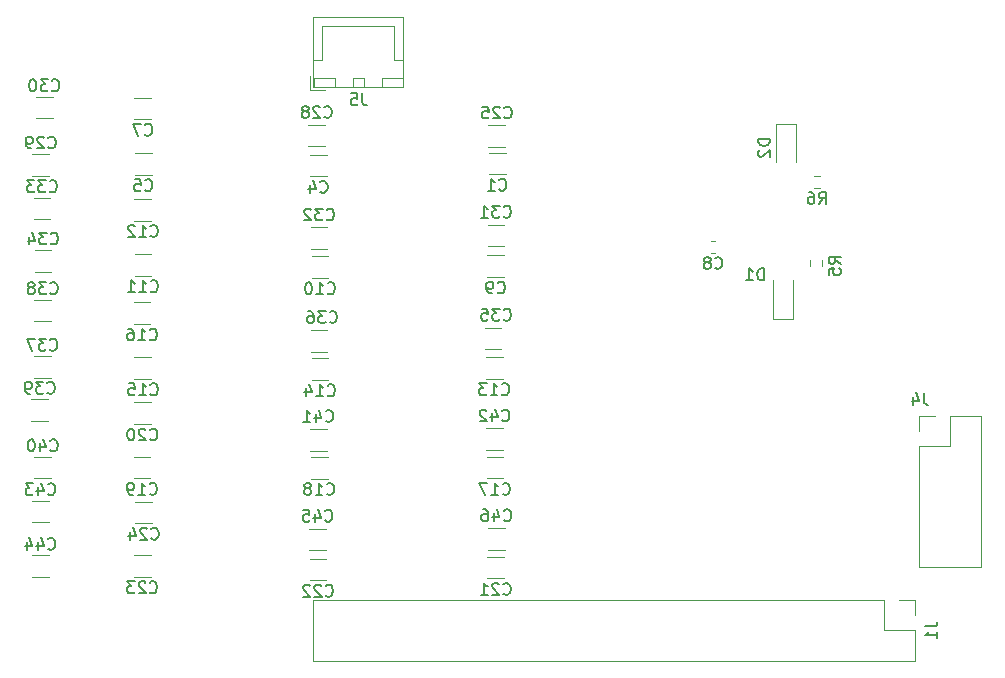
<source format=gbr>
%TF.GenerationSoftware,KiCad,Pcbnew,9.0.0*%
%TF.CreationDate,2025-07-18T17:54:32-05:00*%
%TF.ProjectId,txfilters,74786669-6c74-4657-9273-2e6b69636164,rev?*%
%TF.SameCoordinates,Original*%
%TF.FileFunction,Legend,Bot*%
%TF.FilePolarity,Positive*%
%FSLAX46Y46*%
G04 Gerber Fmt 4.6, Leading zero omitted, Abs format (unit mm)*
G04 Created by KiCad (PCBNEW 9.0.0) date 2025-07-18 17:54:32*
%MOMM*%
%LPD*%
G01*
G04 APERTURE LIST*
%ADD10C,0.150000*%
%ADD11C,0.120000*%
G04 APERTURE END LIST*
D10*
X143687857Y-117544580D02*
X143735476Y-117592200D01*
X143735476Y-117592200D02*
X143878333Y-117639819D01*
X143878333Y-117639819D02*
X143973571Y-117639819D01*
X143973571Y-117639819D02*
X144116428Y-117592200D01*
X144116428Y-117592200D02*
X144211666Y-117496961D01*
X144211666Y-117496961D02*
X144259285Y-117401723D01*
X144259285Y-117401723D02*
X144306904Y-117211247D01*
X144306904Y-117211247D02*
X144306904Y-117068390D01*
X144306904Y-117068390D02*
X144259285Y-116877914D01*
X144259285Y-116877914D02*
X144211666Y-116782676D01*
X144211666Y-116782676D02*
X144116428Y-116687438D01*
X144116428Y-116687438D02*
X143973571Y-116639819D01*
X143973571Y-116639819D02*
X143878333Y-116639819D01*
X143878333Y-116639819D02*
X143735476Y-116687438D01*
X143735476Y-116687438D02*
X143687857Y-116735057D01*
X143354523Y-116639819D02*
X142735476Y-116639819D01*
X142735476Y-116639819D02*
X143068809Y-117020771D01*
X143068809Y-117020771D02*
X142925952Y-117020771D01*
X142925952Y-117020771D02*
X142830714Y-117068390D01*
X142830714Y-117068390D02*
X142783095Y-117116009D01*
X142783095Y-117116009D02*
X142735476Y-117211247D01*
X142735476Y-117211247D02*
X142735476Y-117449342D01*
X142735476Y-117449342D02*
X142783095Y-117544580D01*
X142783095Y-117544580D02*
X142830714Y-117592200D01*
X142830714Y-117592200D02*
X142925952Y-117639819D01*
X142925952Y-117639819D02*
X143211666Y-117639819D01*
X143211666Y-117639819D02*
X143306904Y-117592200D01*
X143306904Y-117592200D02*
X143354523Y-117544580D01*
X141783095Y-117639819D02*
X142354523Y-117639819D01*
X142068809Y-117639819D02*
X142068809Y-116639819D01*
X142068809Y-116639819D02*
X142164047Y-116782676D01*
X142164047Y-116782676D02*
X142259285Y-116877914D01*
X142259285Y-116877914D02*
X142354523Y-116925533D01*
X113707857Y-141014580D02*
X113755476Y-141062200D01*
X113755476Y-141062200D02*
X113898333Y-141109819D01*
X113898333Y-141109819D02*
X113993571Y-141109819D01*
X113993571Y-141109819D02*
X114136428Y-141062200D01*
X114136428Y-141062200D02*
X114231666Y-140966961D01*
X114231666Y-140966961D02*
X114279285Y-140871723D01*
X114279285Y-140871723D02*
X114326904Y-140681247D01*
X114326904Y-140681247D02*
X114326904Y-140538390D01*
X114326904Y-140538390D02*
X114279285Y-140347914D01*
X114279285Y-140347914D02*
X114231666Y-140252676D01*
X114231666Y-140252676D02*
X114136428Y-140157438D01*
X114136428Y-140157438D02*
X113993571Y-140109819D01*
X113993571Y-140109819D02*
X113898333Y-140109819D01*
X113898333Y-140109819D02*
X113755476Y-140157438D01*
X113755476Y-140157438D02*
X113707857Y-140205057D01*
X112755476Y-141109819D02*
X113326904Y-141109819D01*
X113041190Y-141109819D02*
X113041190Y-140109819D01*
X113041190Y-140109819D02*
X113136428Y-140252676D01*
X113136428Y-140252676D02*
X113231666Y-140347914D01*
X113231666Y-140347914D02*
X113326904Y-140395533D01*
X112279285Y-141109819D02*
X112088809Y-141109819D01*
X112088809Y-141109819D02*
X111993571Y-141062200D01*
X111993571Y-141062200D02*
X111945952Y-141014580D01*
X111945952Y-141014580D02*
X111850714Y-140871723D01*
X111850714Y-140871723D02*
X111803095Y-140681247D01*
X111803095Y-140681247D02*
X111803095Y-140300295D01*
X111803095Y-140300295D02*
X111850714Y-140205057D01*
X111850714Y-140205057D02*
X111898333Y-140157438D01*
X111898333Y-140157438D02*
X111993571Y-140109819D01*
X111993571Y-140109819D02*
X112184047Y-140109819D01*
X112184047Y-140109819D02*
X112279285Y-140157438D01*
X112279285Y-140157438D02*
X112326904Y-140205057D01*
X112326904Y-140205057D02*
X112374523Y-140300295D01*
X112374523Y-140300295D02*
X112374523Y-140538390D01*
X112374523Y-140538390D02*
X112326904Y-140633628D01*
X112326904Y-140633628D02*
X112279285Y-140681247D01*
X112279285Y-140681247D02*
X112184047Y-140728866D01*
X112184047Y-140728866D02*
X111993571Y-140728866D01*
X111993571Y-140728866D02*
X111898333Y-140681247D01*
X111898333Y-140681247D02*
X111850714Y-140633628D01*
X111850714Y-140633628D02*
X111803095Y-140538390D01*
X161595666Y-121892580D02*
X161643285Y-121940200D01*
X161643285Y-121940200D02*
X161786142Y-121987819D01*
X161786142Y-121987819D02*
X161881380Y-121987819D01*
X161881380Y-121987819D02*
X162024237Y-121940200D01*
X162024237Y-121940200D02*
X162119475Y-121844961D01*
X162119475Y-121844961D02*
X162167094Y-121749723D01*
X162167094Y-121749723D02*
X162214713Y-121559247D01*
X162214713Y-121559247D02*
X162214713Y-121416390D01*
X162214713Y-121416390D02*
X162167094Y-121225914D01*
X162167094Y-121225914D02*
X162119475Y-121130676D01*
X162119475Y-121130676D02*
X162024237Y-121035438D01*
X162024237Y-121035438D02*
X161881380Y-120987819D01*
X161881380Y-120987819D02*
X161786142Y-120987819D01*
X161786142Y-120987819D02*
X161643285Y-121035438D01*
X161643285Y-121035438D02*
X161595666Y-121083057D01*
X161024237Y-121416390D02*
X161119475Y-121368771D01*
X161119475Y-121368771D02*
X161167094Y-121321152D01*
X161167094Y-121321152D02*
X161214713Y-121225914D01*
X161214713Y-121225914D02*
X161214713Y-121178295D01*
X161214713Y-121178295D02*
X161167094Y-121083057D01*
X161167094Y-121083057D02*
X161119475Y-121035438D01*
X161119475Y-121035438D02*
X161024237Y-120987819D01*
X161024237Y-120987819D02*
X160833761Y-120987819D01*
X160833761Y-120987819D02*
X160738523Y-121035438D01*
X160738523Y-121035438D02*
X160690904Y-121083057D01*
X160690904Y-121083057D02*
X160643285Y-121178295D01*
X160643285Y-121178295D02*
X160643285Y-121225914D01*
X160643285Y-121225914D02*
X160690904Y-121321152D01*
X160690904Y-121321152D02*
X160738523Y-121368771D01*
X160738523Y-121368771D02*
X160833761Y-121416390D01*
X160833761Y-121416390D02*
X161024237Y-121416390D01*
X161024237Y-121416390D02*
X161119475Y-121464009D01*
X161119475Y-121464009D02*
X161167094Y-121511628D01*
X161167094Y-121511628D02*
X161214713Y-121606866D01*
X161214713Y-121606866D02*
X161214713Y-121797342D01*
X161214713Y-121797342D02*
X161167094Y-121892580D01*
X161167094Y-121892580D02*
X161119475Y-121940200D01*
X161119475Y-121940200D02*
X161024237Y-121987819D01*
X161024237Y-121987819D02*
X160833761Y-121987819D01*
X160833761Y-121987819D02*
X160738523Y-121940200D01*
X160738523Y-121940200D02*
X160690904Y-121892580D01*
X160690904Y-121892580D02*
X160643285Y-121797342D01*
X160643285Y-121797342D02*
X160643285Y-121606866D01*
X160643285Y-121606866D02*
X160690904Y-121511628D01*
X160690904Y-121511628D02*
X160738523Y-121464009D01*
X160738523Y-121464009D02*
X160833761Y-121416390D01*
X105247857Y-115394580D02*
X105295476Y-115442200D01*
X105295476Y-115442200D02*
X105438333Y-115489819D01*
X105438333Y-115489819D02*
X105533571Y-115489819D01*
X105533571Y-115489819D02*
X105676428Y-115442200D01*
X105676428Y-115442200D02*
X105771666Y-115346961D01*
X105771666Y-115346961D02*
X105819285Y-115251723D01*
X105819285Y-115251723D02*
X105866904Y-115061247D01*
X105866904Y-115061247D02*
X105866904Y-114918390D01*
X105866904Y-114918390D02*
X105819285Y-114727914D01*
X105819285Y-114727914D02*
X105771666Y-114632676D01*
X105771666Y-114632676D02*
X105676428Y-114537438D01*
X105676428Y-114537438D02*
X105533571Y-114489819D01*
X105533571Y-114489819D02*
X105438333Y-114489819D01*
X105438333Y-114489819D02*
X105295476Y-114537438D01*
X105295476Y-114537438D02*
X105247857Y-114585057D01*
X104914523Y-114489819D02*
X104295476Y-114489819D01*
X104295476Y-114489819D02*
X104628809Y-114870771D01*
X104628809Y-114870771D02*
X104485952Y-114870771D01*
X104485952Y-114870771D02*
X104390714Y-114918390D01*
X104390714Y-114918390D02*
X104343095Y-114966009D01*
X104343095Y-114966009D02*
X104295476Y-115061247D01*
X104295476Y-115061247D02*
X104295476Y-115299342D01*
X104295476Y-115299342D02*
X104343095Y-115394580D01*
X104343095Y-115394580D02*
X104390714Y-115442200D01*
X104390714Y-115442200D02*
X104485952Y-115489819D01*
X104485952Y-115489819D02*
X104771666Y-115489819D01*
X104771666Y-115489819D02*
X104866904Y-115442200D01*
X104866904Y-115442200D02*
X104914523Y-115394580D01*
X103962142Y-114489819D02*
X103343095Y-114489819D01*
X103343095Y-114489819D02*
X103676428Y-114870771D01*
X103676428Y-114870771D02*
X103533571Y-114870771D01*
X103533571Y-114870771D02*
X103438333Y-114918390D01*
X103438333Y-114918390D02*
X103390714Y-114966009D01*
X103390714Y-114966009D02*
X103343095Y-115061247D01*
X103343095Y-115061247D02*
X103343095Y-115299342D01*
X103343095Y-115299342D02*
X103390714Y-115394580D01*
X103390714Y-115394580D02*
X103438333Y-115442200D01*
X103438333Y-115442200D02*
X103533571Y-115489819D01*
X103533571Y-115489819D02*
X103819285Y-115489819D01*
X103819285Y-115489819D02*
X103914523Y-115442200D01*
X103914523Y-115442200D02*
X103962142Y-115394580D01*
X128717857Y-141039580D02*
X128765476Y-141087200D01*
X128765476Y-141087200D02*
X128908333Y-141134819D01*
X128908333Y-141134819D02*
X129003571Y-141134819D01*
X129003571Y-141134819D02*
X129146428Y-141087200D01*
X129146428Y-141087200D02*
X129241666Y-140991961D01*
X129241666Y-140991961D02*
X129289285Y-140896723D01*
X129289285Y-140896723D02*
X129336904Y-140706247D01*
X129336904Y-140706247D02*
X129336904Y-140563390D01*
X129336904Y-140563390D02*
X129289285Y-140372914D01*
X129289285Y-140372914D02*
X129241666Y-140277676D01*
X129241666Y-140277676D02*
X129146428Y-140182438D01*
X129146428Y-140182438D02*
X129003571Y-140134819D01*
X129003571Y-140134819D02*
X128908333Y-140134819D01*
X128908333Y-140134819D02*
X128765476Y-140182438D01*
X128765476Y-140182438D02*
X128717857Y-140230057D01*
X127765476Y-141134819D02*
X128336904Y-141134819D01*
X128051190Y-141134819D02*
X128051190Y-140134819D01*
X128051190Y-140134819D02*
X128146428Y-140277676D01*
X128146428Y-140277676D02*
X128241666Y-140372914D01*
X128241666Y-140372914D02*
X128336904Y-140420533D01*
X127194047Y-140563390D02*
X127289285Y-140515771D01*
X127289285Y-140515771D02*
X127336904Y-140468152D01*
X127336904Y-140468152D02*
X127384523Y-140372914D01*
X127384523Y-140372914D02*
X127384523Y-140325295D01*
X127384523Y-140325295D02*
X127336904Y-140230057D01*
X127336904Y-140230057D02*
X127289285Y-140182438D01*
X127289285Y-140182438D02*
X127194047Y-140134819D01*
X127194047Y-140134819D02*
X127003571Y-140134819D01*
X127003571Y-140134819D02*
X126908333Y-140182438D01*
X126908333Y-140182438D02*
X126860714Y-140230057D01*
X126860714Y-140230057D02*
X126813095Y-140325295D01*
X126813095Y-140325295D02*
X126813095Y-140372914D01*
X126813095Y-140372914D02*
X126860714Y-140468152D01*
X126860714Y-140468152D02*
X126908333Y-140515771D01*
X126908333Y-140515771D02*
X127003571Y-140563390D01*
X127003571Y-140563390D02*
X127194047Y-140563390D01*
X127194047Y-140563390D02*
X127289285Y-140611009D01*
X127289285Y-140611009D02*
X127336904Y-140658628D01*
X127336904Y-140658628D02*
X127384523Y-140753866D01*
X127384523Y-140753866D02*
X127384523Y-140944342D01*
X127384523Y-140944342D02*
X127336904Y-141039580D01*
X127336904Y-141039580D02*
X127289285Y-141087200D01*
X127289285Y-141087200D02*
X127194047Y-141134819D01*
X127194047Y-141134819D02*
X127003571Y-141134819D01*
X127003571Y-141134819D02*
X126908333Y-141087200D01*
X126908333Y-141087200D02*
X126860714Y-141039580D01*
X126860714Y-141039580D02*
X126813095Y-140944342D01*
X126813095Y-140944342D02*
X126813095Y-140753866D01*
X126813095Y-140753866D02*
X126860714Y-140658628D01*
X126860714Y-140658628D02*
X126908333Y-140611009D01*
X126908333Y-140611009D02*
X127003571Y-140563390D01*
X143311666Y-115264580D02*
X143359285Y-115312200D01*
X143359285Y-115312200D02*
X143502142Y-115359819D01*
X143502142Y-115359819D02*
X143597380Y-115359819D01*
X143597380Y-115359819D02*
X143740237Y-115312200D01*
X143740237Y-115312200D02*
X143835475Y-115216961D01*
X143835475Y-115216961D02*
X143883094Y-115121723D01*
X143883094Y-115121723D02*
X143930713Y-114931247D01*
X143930713Y-114931247D02*
X143930713Y-114788390D01*
X143930713Y-114788390D02*
X143883094Y-114597914D01*
X143883094Y-114597914D02*
X143835475Y-114502676D01*
X143835475Y-114502676D02*
X143740237Y-114407438D01*
X143740237Y-114407438D02*
X143597380Y-114359819D01*
X143597380Y-114359819D02*
X143502142Y-114359819D01*
X143502142Y-114359819D02*
X143359285Y-114407438D01*
X143359285Y-114407438D02*
X143311666Y-114455057D01*
X142359285Y-115359819D02*
X142930713Y-115359819D01*
X142644999Y-115359819D02*
X142644999Y-114359819D01*
X142644999Y-114359819D02*
X142740237Y-114502676D01*
X142740237Y-114502676D02*
X142835475Y-114597914D01*
X142835475Y-114597914D02*
X142930713Y-114645533D01*
X143563857Y-134800580D02*
X143611476Y-134848200D01*
X143611476Y-134848200D02*
X143754333Y-134895819D01*
X143754333Y-134895819D02*
X143849571Y-134895819D01*
X143849571Y-134895819D02*
X143992428Y-134848200D01*
X143992428Y-134848200D02*
X144087666Y-134752961D01*
X144087666Y-134752961D02*
X144135285Y-134657723D01*
X144135285Y-134657723D02*
X144182904Y-134467247D01*
X144182904Y-134467247D02*
X144182904Y-134324390D01*
X144182904Y-134324390D02*
X144135285Y-134133914D01*
X144135285Y-134133914D02*
X144087666Y-134038676D01*
X144087666Y-134038676D02*
X143992428Y-133943438D01*
X143992428Y-133943438D02*
X143849571Y-133895819D01*
X143849571Y-133895819D02*
X143754333Y-133895819D01*
X143754333Y-133895819D02*
X143611476Y-133943438D01*
X143611476Y-133943438D02*
X143563857Y-133991057D01*
X142706714Y-134229152D02*
X142706714Y-134895819D01*
X142944809Y-133848200D02*
X143182904Y-134562485D01*
X143182904Y-134562485D02*
X142563857Y-134562485D01*
X142230523Y-133991057D02*
X142182904Y-133943438D01*
X142182904Y-133943438D02*
X142087666Y-133895819D01*
X142087666Y-133895819D02*
X141849571Y-133895819D01*
X141849571Y-133895819D02*
X141754333Y-133943438D01*
X141754333Y-133943438D02*
X141706714Y-133991057D01*
X141706714Y-133991057D02*
X141659095Y-134086295D01*
X141659095Y-134086295D02*
X141659095Y-134181533D01*
X141659095Y-134181533D02*
X141706714Y-134324390D01*
X141706714Y-134324390D02*
X142278142Y-134895819D01*
X142278142Y-134895819D02*
X141659095Y-134895819D01*
X128577857Y-143292580D02*
X128625476Y-143340200D01*
X128625476Y-143340200D02*
X128768333Y-143387819D01*
X128768333Y-143387819D02*
X128863571Y-143387819D01*
X128863571Y-143387819D02*
X129006428Y-143340200D01*
X129006428Y-143340200D02*
X129101666Y-143244961D01*
X129101666Y-143244961D02*
X129149285Y-143149723D01*
X129149285Y-143149723D02*
X129196904Y-142959247D01*
X129196904Y-142959247D02*
X129196904Y-142816390D01*
X129196904Y-142816390D02*
X129149285Y-142625914D01*
X129149285Y-142625914D02*
X129101666Y-142530676D01*
X129101666Y-142530676D02*
X129006428Y-142435438D01*
X129006428Y-142435438D02*
X128863571Y-142387819D01*
X128863571Y-142387819D02*
X128768333Y-142387819D01*
X128768333Y-142387819D02*
X128625476Y-142435438D01*
X128625476Y-142435438D02*
X128577857Y-142483057D01*
X127720714Y-142721152D02*
X127720714Y-143387819D01*
X127958809Y-142340200D02*
X128196904Y-143054485D01*
X128196904Y-143054485D02*
X127577857Y-143054485D01*
X126720714Y-142387819D02*
X127196904Y-142387819D01*
X127196904Y-142387819D02*
X127244523Y-142864009D01*
X127244523Y-142864009D02*
X127196904Y-142816390D01*
X127196904Y-142816390D02*
X127101666Y-142768771D01*
X127101666Y-142768771D02*
X126863571Y-142768771D01*
X126863571Y-142768771D02*
X126768333Y-142816390D01*
X126768333Y-142816390D02*
X126720714Y-142864009D01*
X126720714Y-142864009D02*
X126673095Y-142959247D01*
X126673095Y-142959247D02*
X126673095Y-143197342D01*
X126673095Y-143197342D02*
X126720714Y-143292580D01*
X126720714Y-143292580D02*
X126768333Y-143340200D01*
X126768333Y-143340200D02*
X126863571Y-143387819D01*
X126863571Y-143387819D02*
X127101666Y-143387819D01*
X127101666Y-143387819D02*
X127196904Y-143340200D01*
X127196904Y-143340200D02*
X127244523Y-143292580D01*
X143537857Y-132584580D02*
X143585476Y-132632200D01*
X143585476Y-132632200D02*
X143728333Y-132679819D01*
X143728333Y-132679819D02*
X143823571Y-132679819D01*
X143823571Y-132679819D02*
X143966428Y-132632200D01*
X143966428Y-132632200D02*
X144061666Y-132536961D01*
X144061666Y-132536961D02*
X144109285Y-132441723D01*
X144109285Y-132441723D02*
X144156904Y-132251247D01*
X144156904Y-132251247D02*
X144156904Y-132108390D01*
X144156904Y-132108390D02*
X144109285Y-131917914D01*
X144109285Y-131917914D02*
X144061666Y-131822676D01*
X144061666Y-131822676D02*
X143966428Y-131727438D01*
X143966428Y-131727438D02*
X143823571Y-131679819D01*
X143823571Y-131679819D02*
X143728333Y-131679819D01*
X143728333Y-131679819D02*
X143585476Y-131727438D01*
X143585476Y-131727438D02*
X143537857Y-131775057D01*
X142585476Y-132679819D02*
X143156904Y-132679819D01*
X142871190Y-132679819D02*
X142871190Y-131679819D01*
X142871190Y-131679819D02*
X142966428Y-131822676D01*
X142966428Y-131822676D02*
X143061666Y-131917914D01*
X143061666Y-131917914D02*
X143156904Y-131965533D01*
X142252142Y-131679819D02*
X141633095Y-131679819D01*
X141633095Y-131679819D02*
X141966428Y-132060771D01*
X141966428Y-132060771D02*
X141823571Y-132060771D01*
X141823571Y-132060771D02*
X141728333Y-132108390D01*
X141728333Y-132108390D02*
X141680714Y-132156009D01*
X141680714Y-132156009D02*
X141633095Y-132251247D01*
X141633095Y-132251247D02*
X141633095Y-132489342D01*
X141633095Y-132489342D02*
X141680714Y-132584580D01*
X141680714Y-132584580D02*
X141728333Y-132632200D01*
X141728333Y-132632200D02*
X141823571Y-132679819D01*
X141823571Y-132679819D02*
X142109285Y-132679819D01*
X142109285Y-132679819D02*
X142204523Y-132632200D01*
X142204523Y-132632200D02*
X142252142Y-132584580D01*
X128955857Y-126480580D02*
X129003476Y-126528200D01*
X129003476Y-126528200D02*
X129146333Y-126575819D01*
X129146333Y-126575819D02*
X129241571Y-126575819D01*
X129241571Y-126575819D02*
X129384428Y-126528200D01*
X129384428Y-126528200D02*
X129479666Y-126432961D01*
X129479666Y-126432961D02*
X129527285Y-126337723D01*
X129527285Y-126337723D02*
X129574904Y-126147247D01*
X129574904Y-126147247D02*
X129574904Y-126004390D01*
X129574904Y-126004390D02*
X129527285Y-125813914D01*
X129527285Y-125813914D02*
X129479666Y-125718676D01*
X129479666Y-125718676D02*
X129384428Y-125623438D01*
X129384428Y-125623438D02*
X129241571Y-125575819D01*
X129241571Y-125575819D02*
X129146333Y-125575819D01*
X129146333Y-125575819D02*
X129003476Y-125623438D01*
X129003476Y-125623438D02*
X128955857Y-125671057D01*
X128622523Y-125575819D02*
X128003476Y-125575819D01*
X128003476Y-125575819D02*
X128336809Y-125956771D01*
X128336809Y-125956771D02*
X128193952Y-125956771D01*
X128193952Y-125956771D02*
X128098714Y-126004390D01*
X128098714Y-126004390D02*
X128051095Y-126052009D01*
X128051095Y-126052009D02*
X128003476Y-126147247D01*
X128003476Y-126147247D02*
X128003476Y-126385342D01*
X128003476Y-126385342D02*
X128051095Y-126480580D01*
X128051095Y-126480580D02*
X128098714Y-126528200D01*
X128098714Y-126528200D02*
X128193952Y-126575819D01*
X128193952Y-126575819D02*
X128479666Y-126575819D01*
X128479666Y-126575819D02*
X128574904Y-126528200D01*
X128574904Y-126528200D02*
X128622523Y-126480580D01*
X127146333Y-125575819D02*
X127336809Y-125575819D01*
X127336809Y-125575819D02*
X127432047Y-125623438D01*
X127432047Y-125623438D02*
X127479666Y-125671057D01*
X127479666Y-125671057D02*
X127574904Y-125813914D01*
X127574904Y-125813914D02*
X127622523Y-126004390D01*
X127622523Y-126004390D02*
X127622523Y-126385342D01*
X127622523Y-126385342D02*
X127574904Y-126480580D01*
X127574904Y-126480580D02*
X127527285Y-126528200D01*
X127527285Y-126528200D02*
X127432047Y-126575819D01*
X127432047Y-126575819D02*
X127241571Y-126575819D01*
X127241571Y-126575819D02*
X127146333Y-126528200D01*
X127146333Y-126528200D02*
X127098714Y-126480580D01*
X127098714Y-126480580D02*
X127051095Y-126385342D01*
X127051095Y-126385342D02*
X127051095Y-126147247D01*
X127051095Y-126147247D02*
X127098714Y-126052009D01*
X127098714Y-126052009D02*
X127146333Y-126004390D01*
X127146333Y-126004390D02*
X127241571Y-125956771D01*
X127241571Y-125956771D02*
X127432047Y-125956771D01*
X127432047Y-125956771D02*
X127527285Y-126004390D01*
X127527285Y-126004390D02*
X127574904Y-126052009D01*
X127574904Y-126052009D02*
X127622523Y-126147247D01*
X105117857Y-145668580D02*
X105165476Y-145716200D01*
X105165476Y-145716200D02*
X105308333Y-145763819D01*
X105308333Y-145763819D02*
X105403571Y-145763819D01*
X105403571Y-145763819D02*
X105546428Y-145716200D01*
X105546428Y-145716200D02*
X105641666Y-145620961D01*
X105641666Y-145620961D02*
X105689285Y-145525723D01*
X105689285Y-145525723D02*
X105736904Y-145335247D01*
X105736904Y-145335247D02*
X105736904Y-145192390D01*
X105736904Y-145192390D02*
X105689285Y-145001914D01*
X105689285Y-145001914D02*
X105641666Y-144906676D01*
X105641666Y-144906676D02*
X105546428Y-144811438D01*
X105546428Y-144811438D02*
X105403571Y-144763819D01*
X105403571Y-144763819D02*
X105308333Y-144763819D01*
X105308333Y-144763819D02*
X105165476Y-144811438D01*
X105165476Y-144811438D02*
X105117857Y-144859057D01*
X104260714Y-145097152D02*
X104260714Y-145763819D01*
X104498809Y-144716200D02*
X104736904Y-145430485D01*
X104736904Y-145430485D02*
X104117857Y-145430485D01*
X103308333Y-145097152D02*
X103308333Y-145763819D01*
X103546428Y-144716200D02*
X103784523Y-145430485D01*
X103784523Y-145430485D02*
X103165476Y-145430485D01*
X143597857Y-141024580D02*
X143645476Y-141072200D01*
X143645476Y-141072200D02*
X143788333Y-141119819D01*
X143788333Y-141119819D02*
X143883571Y-141119819D01*
X143883571Y-141119819D02*
X144026428Y-141072200D01*
X144026428Y-141072200D02*
X144121666Y-140976961D01*
X144121666Y-140976961D02*
X144169285Y-140881723D01*
X144169285Y-140881723D02*
X144216904Y-140691247D01*
X144216904Y-140691247D02*
X144216904Y-140548390D01*
X144216904Y-140548390D02*
X144169285Y-140357914D01*
X144169285Y-140357914D02*
X144121666Y-140262676D01*
X144121666Y-140262676D02*
X144026428Y-140167438D01*
X144026428Y-140167438D02*
X143883571Y-140119819D01*
X143883571Y-140119819D02*
X143788333Y-140119819D01*
X143788333Y-140119819D02*
X143645476Y-140167438D01*
X143645476Y-140167438D02*
X143597857Y-140215057D01*
X142645476Y-141119819D02*
X143216904Y-141119819D01*
X142931190Y-141119819D02*
X142931190Y-140119819D01*
X142931190Y-140119819D02*
X143026428Y-140262676D01*
X143026428Y-140262676D02*
X143121666Y-140357914D01*
X143121666Y-140357914D02*
X143216904Y-140405533D01*
X142312142Y-140119819D02*
X141645476Y-140119819D01*
X141645476Y-140119819D02*
X142074047Y-141119819D01*
X143687857Y-126274580D02*
X143735476Y-126322200D01*
X143735476Y-126322200D02*
X143878333Y-126369819D01*
X143878333Y-126369819D02*
X143973571Y-126369819D01*
X143973571Y-126369819D02*
X144116428Y-126322200D01*
X144116428Y-126322200D02*
X144211666Y-126226961D01*
X144211666Y-126226961D02*
X144259285Y-126131723D01*
X144259285Y-126131723D02*
X144306904Y-125941247D01*
X144306904Y-125941247D02*
X144306904Y-125798390D01*
X144306904Y-125798390D02*
X144259285Y-125607914D01*
X144259285Y-125607914D02*
X144211666Y-125512676D01*
X144211666Y-125512676D02*
X144116428Y-125417438D01*
X144116428Y-125417438D02*
X143973571Y-125369819D01*
X143973571Y-125369819D02*
X143878333Y-125369819D01*
X143878333Y-125369819D02*
X143735476Y-125417438D01*
X143735476Y-125417438D02*
X143687857Y-125465057D01*
X143354523Y-125369819D02*
X142735476Y-125369819D01*
X142735476Y-125369819D02*
X143068809Y-125750771D01*
X143068809Y-125750771D02*
X142925952Y-125750771D01*
X142925952Y-125750771D02*
X142830714Y-125798390D01*
X142830714Y-125798390D02*
X142783095Y-125846009D01*
X142783095Y-125846009D02*
X142735476Y-125941247D01*
X142735476Y-125941247D02*
X142735476Y-126179342D01*
X142735476Y-126179342D02*
X142783095Y-126274580D01*
X142783095Y-126274580D02*
X142830714Y-126322200D01*
X142830714Y-126322200D02*
X142925952Y-126369819D01*
X142925952Y-126369819D02*
X143211666Y-126369819D01*
X143211666Y-126369819D02*
X143306904Y-126322200D01*
X143306904Y-126322200D02*
X143354523Y-126274580D01*
X141830714Y-125369819D02*
X142306904Y-125369819D01*
X142306904Y-125369819D02*
X142354523Y-125846009D01*
X142354523Y-125846009D02*
X142306904Y-125798390D01*
X142306904Y-125798390D02*
X142211666Y-125750771D01*
X142211666Y-125750771D02*
X141973571Y-125750771D01*
X141973571Y-125750771D02*
X141878333Y-125798390D01*
X141878333Y-125798390D02*
X141830714Y-125846009D01*
X141830714Y-125846009D02*
X141783095Y-125941247D01*
X141783095Y-125941247D02*
X141783095Y-126179342D01*
X141783095Y-126179342D02*
X141830714Y-126274580D01*
X141830714Y-126274580D02*
X141878333Y-126322200D01*
X141878333Y-126322200D02*
X141973571Y-126369819D01*
X141973571Y-126369819D02*
X142211666Y-126369819D01*
X142211666Y-126369819D02*
X142306904Y-126322200D01*
X142306904Y-126322200D02*
X142354523Y-126274580D01*
X113727857Y-149354580D02*
X113775476Y-149402200D01*
X113775476Y-149402200D02*
X113918333Y-149449819D01*
X113918333Y-149449819D02*
X114013571Y-149449819D01*
X114013571Y-149449819D02*
X114156428Y-149402200D01*
X114156428Y-149402200D02*
X114251666Y-149306961D01*
X114251666Y-149306961D02*
X114299285Y-149211723D01*
X114299285Y-149211723D02*
X114346904Y-149021247D01*
X114346904Y-149021247D02*
X114346904Y-148878390D01*
X114346904Y-148878390D02*
X114299285Y-148687914D01*
X114299285Y-148687914D02*
X114251666Y-148592676D01*
X114251666Y-148592676D02*
X114156428Y-148497438D01*
X114156428Y-148497438D02*
X114013571Y-148449819D01*
X114013571Y-148449819D02*
X113918333Y-148449819D01*
X113918333Y-148449819D02*
X113775476Y-148497438D01*
X113775476Y-148497438D02*
X113727857Y-148545057D01*
X113346904Y-148545057D02*
X113299285Y-148497438D01*
X113299285Y-148497438D02*
X113204047Y-148449819D01*
X113204047Y-148449819D02*
X112965952Y-148449819D01*
X112965952Y-148449819D02*
X112870714Y-148497438D01*
X112870714Y-148497438D02*
X112823095Y-148545057D01*
X112823095Y-148545057D02*
X112775476Y-148640295D01*
X112775476Y-148640295D02*
X112775476Y-148735533D01*
X112775476Y-148735533D02*
X112823095Y-148878390D01*
X112823095Y-148878390D02*
X113394523Y-149449819D01*
X113394523Y-149449819D02*
X112775476Y-149449819D01*
X112442142Y-148449819D02*
X111823095Y-148449819D01*
X111823095Y-148449819D02*
X112156428Y-148830771D01*
X112156428Y-148830771D02*
X112013571Y-148830771D01*
X112013571Y-148830771D02*
X111918333Y-148878390D01*
X111918333Y-148878390D02*
X111870714Y-148926009D01*
X111870714Y-148926009D02*
X111823095Y-149021247D01*
X111823095Y-149021247D02*
X111823095Y-149259342D01*
X111823095Y-149259342D02*
X111870714Y-149354580D01*
X111870714Y-149354580D02*
X111918333Y-149402200D01*
X111918333Y-149402200D02*
X112013571Y-149449819D01*
X112013571Y-149449819D02*
X112299285Y-149449819D01*
X112299285Y-149449819D02*
X112394523Y-149402200D01*
X112394523Y-149402200D02*
X112442142Y-149354580D01*
X128161666Y-115444580D02*
X128209285Y-115492200D01*
X128209285Y-115492200D02*
X128352142Y-115539819D01*
X128352142Y-115539819D02*
X128447380Y-115539819D01*
X128447380Y-115539819D02*
X128590237Y-115492200D01*
X128590237Y-115492200D02*
X128685475Y-115396961D01*
X128685475Y-115396961D02*
X128733094Y-115301723D01*
X128733094Y-115301723D02*
X128780713Y-115111247D01*
X128780713Y-115111247D02*
X128780713Y-114968390D01*
X128780713Y-114968390D02*
X128733094Y-114777914D01*
X128733094Y-114777914D02*
X128685475Y-114682676D01*
X128685475Y-114682676D02*
X128590237Y-114587438D01*
X128590237Y-114587438D02*
X128447380Y-114539819D01*
X128447380Y-114539819D02*
X128352142Y-114539819D01*
X128352142Y-114539819D02*
X128209285Y-114587438D01*
X128209285Y-114587438D02*
X128161666Y-114635057D01*
X127304523Y-114873152D02*
X127304523Y-115539819D01*
X127542618Y-114492200D02*
X127780713Y-115206485D01*
X127780713Y-115206485D02*
X127161666Y-115206485D01*
X113311666Y-110604580D02*
X113359285Y-110652200D01*
X113359285Y-110652200D02*
X113502142Y-110699819D01*
X113502142Y-110699819D02*
X113597380Y-110699819D01*
X113597380Y-110699819D02*
X113740237Y-110652200D01*
X113740237Y-110652200D02*
X113835475Y-110556961D01*
X113835475Y-110556961D02*
X113883094Y-110461723D01*
X113883094Y-110461723D02*
X113930713Y-110271247D01*
X113930713Y-110271247D02*
X113930713Y-110128390D01*
X113930713Y-110128390D02*
X113883094Y-109937914D01*
X113883094Y-109937914D02*
X113835475Y-109842676D01*
X113835475Y-109842676D02*
X113740237Y-109747438D01*
X113740237Y-109747438D02*
X113597380Y-109699819D01*
X113597380Y-109699819D02*
X113502142Y-109699819D01*
X113502142Y-109699819D02*
X113359285Y-109747438D01*
X113359285Y-109747438D02*
X113311666Y-109795057D01*
X112978332Y-109699819D02*
X112311666Y-109699819D01*
X112311666Y-109699819D02*
X112740237Y-110699819D01*
X128639857Y-134862580D02*
X128687476Y-134910200D01*
X128687476Y-134910200D02*
X128830333Y-134957819D01*
X128830333Y-134957819D02*
X128925571Y-134957819D01*
X128925571Y-134957819D02*
X129068428Y-134910200D01*
X129068428Y-134910200D02*
X129163666Y-134814961D01*
X129163666Y-134814961D02*
X129211285Y-134719723D01*
X129211285Y-134719723D02*
X129258904Y-134529247D01*
X129258904Y-134529247D02*
X129258904Y-134386390D01*
X129258904Y-134386390D02*
X129211285Y-134195914D01*
X129211285Y-134195914D02*
X129163666Y-134100676D01*
X129163666Y-134100676D02*
X129068428Y-134005438D01*
X129068428Y-134005438D02*
X128925571Y-133957819D01*
X128925571Y-133957819D02*
X128830333Y-133957819D01*
X128830333Y-133957819D02*
X128687476Y-134005438D01*
X128687476Y-134005438D02*
X128639857Y-134053057D01*
X127782714Y-134291152D02*
X127782714Y-134957819D01*
X128020809Y-133910200D02*
X128258904Y-134624485D01*
X128258904Y-134624485D02*
X127639857Y-134624485D01*
X126735095Y-134957819D02*
X127306523Y-134957819D01*
X127020809Y-134957819D02*
X127020809Y-133957819D01*
X127020809Y-133957819D02*
X127116047Y-134100676D01*
X127116047Y-134100676D02*
X127211285Y-134195914D01*
X127211285Y-134195914D02*
X127306523Y-134243533D01*
X105333857Y-119828580D02*
X105381476Y-119876200D01*
X105381476Y-119876200D02*
X105524333Y-119923819D01*
X105524333Y-119923819D02*
X105619571Y-119923819D01*
X105619571Y-119923819D02*
X105762428Y-119876200D01*
X105762428Y-119876200D02*
X105857666Y-119780961D01*
X105857666Y-119780961D02*
X105905285Y-119685723D01*
X105905285Y-119685723D02*
X105952904Y-119495247D01*
X105952904Y-119495247D02*
X105952904Y-119352390D01*
X105952904Y-119352390D02*
X105905285Y-119161914D01*
X105905285Y-119161914D02*
X105857666Y-119066676D01*
X105857666Y-119066676D02*
X105762428Y-118971438D01*
X105762428Y-118971438D02*
X105619571Y-118923819D01*
X105619571Y-118923819D02*
X105524333Y-118923819D01*
X105524333Y-118923819D02*
X105381476Y-118971438D01*
X105381476Y-118971438D02*
X105333857Y-119019057D01*
X105000523Y-118923819D02*
X104381476Y-118923819D01*
X104381476Y-118923819D02*
X104714809Y-119304771D01*
X104714809Y-119304771D02*
X104571952Y-119304771D01*
X104571952Y-119304771D02*
X104476714Y-119352390D01*
X104476714Y-119352390D02*
X104429095Y-119400009D01*
X104429095Y-119400009D02*
X104381476Y-119495247D01*
X104381476Y-119495247D02*
X104381476Y-119733342D01*
X104381476Y-119733342D02*
X104429095Y-119828580D01*
X104429095Y-119828580D02*
X104476714Y-119876200D01*
X104476714Y-119876200D02*
X104571952Y-119923819D01*
X104571952Y-119923819D02*
X104857666Y-119923819D01*
X104857666Y-119923819D02*
X104952904Y-119876200D01*
X104952904Y-119876200D02*
X105000523Y-119828580D01*
X103524333Y-119257152D02*
X103524333Y-119923819D01*
X103762428Y-118876200D02*
X104000523Y-119590485D01*
X104000523Y-119590485D02*
X103381476Y-119590485D01*
X170371666Y-116499819D02*
X170704999Y-116023628D01*
X170943094Y-116499819D02*
X170943094Y-115499819D01*
X170943094Y-115499819D02*
X170562142Y-115499819D01*
X170562142Y-115499819D02*
X170466904Y-115547438D01*
X170466904Y-115547438D02*
X170419285Y-115595057D01*
X170419285Y-115595057D02*
X170371666Y-115690295D01*
X170371666Y-115690295D02*
X170371666Y-115833152D01*
X170371666Y-115833152D02*
X170419285Y-115928390D01*
X170419285Y-115928390D02*
X170466904Y-115976009D01*
X170466904Y-115976009D02*
X170562142Y-116023628D01*
X170562142Y-116023628D02*
X170943094Y-116023628D01*
X169514523Y-115499819D02*
X169704999Y-115499819D01*
X169704999Y-115499819D02*
X169800237Y-115547438D01*
X169800237Y-115547438D02*
X169847856Y-115595057D01*
X169847856Y-115595057D02*
X169943094Y-115737914D01*
X169943094Y-115737914D02*
X169990713Y-115928390D01*
X169990713Y-115928390D02*
X169990713Y-116309342D01*
X169990713Y-116309342D02*
X169943094Y-116404580D01*
X169943094Y-116404580D02*
X169895475Y-116452200D01*
X169895475Y-116452200D02*
X169800237Y-116499819D01*
X169800237Y-116499819D02*
X169609761Y-116499819D01*
X169609761Y-116499819D02*
X169514523Y-116452200D01*
X169514523Y-116452200D02*
X169466904Y-116404580D01*
X169466904Y-116404580D02*
X169419285Y-116309342D01*
X169419285Y-116309342D02*
X169419285Y-116071247D01*
X169419285Y-116071247D02*
X169466904Y-115976009D01*
X169466904Y-115976009D02*
X169514523Y-115928390D01*
X169514523Y-115928390D02*
X169609761Y-115880771D01*
X169609761Y-115880771D02*
X169800237Y-115880771D01*
X169800237Y-115880771D02*
X169895475Y-115928390D01*
X169895475Y-115928390D02*
X169943094Y-115976009D01*
X169943094Y-115976009D02*
X169990713Y-116071247D01*
X165738094Y-122954819D02*
X165738094Y-121954819D01*
X165738094Y-121954819D02*
X165499999Y-121954819D01*
X165499999Y-121954819D02*
X165357142Y-122002438D01*
X165357142Y-122002438D02*
X165261904Y-122097676D01*
X165261904Y-122097676D02*
X165214285Y-122192914D01*
X165214285Y-122192914D02*
X165166666Y-122383390D01*
X165166666Y-122383390D02*
X165166666Y-122526247D01*
X165166666Y-122526247D02*
X165214285Y-122716723D01*
X165214285Y-122716723D02*
X165261904Y-122811961D01*
X165261904Y-122811961D02*
X165357142Y-122907200D01*
X165357142Y-122907200D02*
X165499999Y-122954819D01*
X165499999Y-122954819D02*
X165738094Y-122954819D01*
X164214285Y-122954819D02*
X164785713Y-122954819D01*
X164499999Y-122954819D02*
X164499999Y-121954819D01*
X164499999Y-121954819D02*
X164595237Y-122097676D01*
X164595237Y-122097676D02*
X164690475Y-122192914D01*
X164690475Y-122192914D02*
X164785713Y-122240533D01*
X166223819Y-110986905D02*
X165223819Y-110986905D01*
X165223819Y-110986905D02*
X165223819Y-111225000D01*
X165223819Y-111225000D02*
X165271438Y-111367857D01*
X165271438Y-111367857D02*
X165366676Y-111463095D01*
X165366676Y-111463095D02*
X165461914Y-111510714D01*
X165461914Y-111510714D02*
X165652390Y-111558333D01*
X165652390Y-111558333D02*
X165795247Y-111558333D01*
X165795247Y-111558333D02*
X165985723Y-111510714D01*
X165985723Y-111510714D02*
X166080961Y-111463095D01*
X166080961Y-111463095D02*
X166176200Y-111367857D01*
X166176200Y-111367857D02*
X166223819Y-111225000D01*
X166223819Y-111225000D02*
X166223819Y-110986905D01*
X165319057Y-111939286D02*
X165271438Y-111986905D01*
X165271438Y-111986905D02*
X165223819Y-112082143D01*
X165223819Y-112082143D02*
X165223819Y-112320238D01*
X165223819Y-112320238D02*
X165271438Y-112415476D01*
X165271438Y-112415476D02*
X165319057Y-112463095D01*
X165319057Y-112463095D02*
X165414295Y-112510714D01*
X165414295Y-112510714D02*
X165509533Y-112510714D01*
X165509533Y-112510714D02*
X165652390Y-112463095D01*
X165652390Y-112463095D02*
X166223819Y-111891667D01*
X166223819Y-111891667D02*
X166223819Y-112510714D01*
X113341666Y-115314580D02*
X113389285Y-115362200D01*
X113389285Y-115362200D02*
X113532142Y-115409819D01*
X113532142Y-115409819D02*
X113627380Y-115409819D01*
X113627380Y-115409819D02*
X113770237Y-115362200D01*
X113770237Y-115362200D02*
X113865475Y-115266961D01*
X113865475Y-115266961D02*
X113913094Y-115171723D01*
X113913094Y-115171723D02*
X113960713Y-114981247D01*
X113960713Y-114981247D02*
X113960713Y-114838390D01*
X113960713Y-114838390D02*
X113913094Y-114647914D01*
X113913094Y-114647914D02*
X113865475Y-114552676D01*
X113865475Y-114552676D02*
X113770237Y-114457438D01*
X113770237Y-114457438D02*
X113627380Y-114409819D01*
X113627380Y-114409819D02*
X113532142Y-114409819D01*
X113532142Y-114409819D02*
X113389285Y-114457438D01*
X113389285Y-114457438D02*
X113341666Y-114505057D01*
X112436904Y-114409819D02*
X112913094Y-114409819D01*
X112913094Y-114409819D02*
X112960713Y-114886009D01*
X112960713Y-114886009D02*
X112913094Y-114838390D01*
X112913094Y-114838390D02*
X112817856Y-114790771D01*
X112817856Y-114790771D02*
X112579761Y-114790771D01*
X112579761Y-114790771D02*
X112484523Y-114838390D01*
X112484523Y-114838390D02*
X112436904Y-114886009D01*
X112436904Y-114886009D02*
X112389285Y-114981247D01*
X112389285Y-114981247D02*
X112389285Y-115219342D01*
X112389285Y-115219342D02*
X112436904Y-115314580D01*
X112436904Y-115314580D02*
X112484523Y-115362200D01*
X112484523Y-115362200D02*
X112579761Y-115409819D01*
X112579761Y-115409819D02*
X112817856Y-115409819D01*
X112817856Y-115409819D02*
X112913094Y-115362200D01*
X112913094Y-115362200D02*
X112960713Y-115314580D01*
X179273333Y-132488419D02*
X179273333Y-133202704D01*
X179273333Y-133202704D02*
X179320952Y-133345561D01*
X179320952Y-133345561D02*
X179416190Y-133440800D01*
X179416190Y-133440800D02*
X179559047Y-133488419D01*
X179559047Y-133488419D02*
X179654285Y-133488419D01*
X178368571Y-132821752D02*
X178368571Y-133488419D01*
X178606666Y-132440800D02*
X178844761Y-133155085D01*
X178844761Y-133155085D02*
X178225714Y-133155085D01*
X128777857Y-124029580D02*
X128825476Y-124077200D01*
X128825476Y-124077200D02*
X128968333Y-124124819D01*
X128968333Y-124124819D02*
X129063571Y-124124819D01*
X129063571Y-124124819D02*
X129206428Y-124077200D01*
X129206428Y-124077200D02*
X129301666Y-123981961D01*
X129301666Y-123981961D02*
X129349285Y-123886723D01*
X129349285Y-123886723D02*
X129396904Y-123696247D01*
X129396904Y-123696247D02*
X129396904Y-123553390D01*
X129396904Y-123553390D02*
X129349285Y-123362914D01*
X129349285Y-123362914D02*
X129301666Y-123267676D01*
X129301666Y-123267676D02*
X129206428Y-123172438D01*
X129206428Y-123172438D02*
X129063571Y-123124819D01*
X129063571Y-123124819D02*
X128968333Y-123124819D01*
X128968333Y-123124819D02*
X128825476Y-123172438D01*
X128825476Y-123172438D02*
X128777857Y-123220057D01*
X127825476Y-124124819D02*
X128396904Y-124124819D01*
X128111190Y-124124819D02*
X128111190Y-123124819D01*
X128111190Y-123124819D02*
X128206428Y-123267676D01*
X128206428Y-123267676D02*
X128301666Y-123362914D01*
X128301666Y-123362914D02*
X128396904Y-123410533D01*
X127206428Y-123124819D02*
X127111190Y-123124819D01*
X127111190Y-123124819D02*
X127015952Y-123172438D01*
X127015952Y-123172438D02*
X126968333Y-123220057D01*
X126968333Y-123220057D02*
X126920714Y-123315295D01*
X126920714Y-123315295D02*
X126873095Y-123505771D01*
X126873095Y-123505771D02*
X126873095Y-123743866D01*
X126873095Y-123743866D02*
X126920714Y-123934342D01*
X126920714Y-123934342D02*
X126968333Y-124029580D01*
X126968333Y-124029580D02*
X127015952Y-124077200D01*
X127015952Y-124077200D02*
X127111190Y-124124819D01*
X127111190Y-124124819D02*
X127206428Y-124124819D01*
X127206428Y-124124819D02*
X127301666Y-124077200D01*
X127301666Y-124077200D02*
X127349285Y-124029580D01*
X127349285Y-124029580D02*
X127396904Y-123934342D01*
X127396904Y-123934342D02*
X127444523Y-123743866D01*
X127444523Y-123743866D02*
X127444523Y-123505771D01*
X127444523Y-123505771D02*
X127396904Y-123315295D01*
X127396904Y-123315295D02*
X127349285Y-123220057D01*
X127349285Y-123220057D02*
X127301666Y-123172438D01*
X127301666Y-123172438D02*
X127206428Y-123124819D01*
X113857857Y-144814580D02*
X113905476Y-144862200D01*
X113905476Y-144862200D02*
X114048333Y-144909819D01*
X114048333Y-144909819D02*
X114143571Y-144909819D01*
X114143571Y-144909819D02*
X114286428Y-144862200D01*
X114286428Y-144862200D02*
X114381666Y-144766961D01*
X114381666Y-144766961D02*
X114429285Y-144671723D01*
X114429285Y-144671723D02*
X114476904Y-144481247D01*
X114476904Y-144481247D02*
X114476904Y-144338390D01*
X114476904Y-144338390D02*
X114429285Y-144147914D01*
X114429285Y-144147914D02*
X114381666Y-144052676D01*
X114381666Y-144052676D02*
X114286428Y-143957438D01*
X114286428Y-143957438D02*
X114143571Y-143909819D01*
X114143571Y-143909819D02*
X114048333Y-143909819D01*
X114048333Y-143909819D02*
X113905476Y-143957438D01*
X113905476Y-143957438D02*
X113857857Y-144005057D01*
X113476904Y-144005057D02*
X113429285Y-143957438D01*
X113429285Y-143957438D02*
X113334047Y-143909819D01*
X113334047Y-143909819D02*
X113095952Y-143909819D01*
X113095952Y-143909819D02*
X113000714Y-143957438D01*
X113000714Y-143957438D02*
X112953095Y-144005057D01*
X112953095Y-144005057D02*
X112905476Y-144100295D01*
X112905476Y-144100295D02*
X112905476Y-144195533D01*
X112905476Y-144195533D02*
X112953095Y-144338390D01*
X112953095Y-144338390D02*
X113524523Y-144909819D01*
X113524523Y-144909819D02*
X112905476Y-144909819D01*
X112048333Y-144243152D02*
X112048333Y-144909819D01*
X112286428Y-143862200D02*
X112524523Y-144576485D01*
X112524523Y-144576485D02*
X111905476Y-144576485D01*
X128701857Y-117782580D02*
X128749476Y-117830200D01*
X128749476Y-117830200D02*
X128892333Y-117877819D01*
X128892333Y-117877819D02*
X128987571Y-117877819D01*
X128987571Y-117877819D02*
X129130428Y-117830200D01*
X129130428Y-117830200D02*
X129225666Y-117734961D01*
X129225666Y-117734961D02*
X129273285Y-117639723D01*
X129273285Y-117639723D02*
X129320904Y-117449247D01*
X129320904Y-117449247D02*
X129320904Y-117306390D01*
X129320904Y-117306390D02*
X129273285Y-117115914D01*
X129273285Y-117115914D02*
X129225666Y-117020676D01*
X129225666Y-117020676D02*
X129130428Y-116925438D01*
X129130428Y-116925438D02*
X128987571Y-116877819D01*
X128987571Y-116877819D02*
X128892333Y-116877819D01*
X128892333Y-116877819D02*
X128749476Y-116925438D01*
X128749476Y-116925438D02*
X128701857Y-116973057D01*
X128368523Y-116877819D02*
X127749476Y-116877819D01*
X127749476Y-116877819D02*
X128082809Y-117258771D01*
X128082809Y-117258771D02*
X127939952Y-117258771D01*
X127939952Y-117258771D02*
X127844714Y-117306390D01*
X127844714Y-117306390D02*
X127797095Y-117354009D01*
X127797095Y-117354009D02*
X127749476Y-117449247D01*
X127749476Y-117449247D02*
X127749476Y-117687342D01*
X127749476Y-117687342D02*
X127797095Y-117782580D01*
X127797095Y-117782580D02*
X127844714Y-117830200D01*
X127844714Y-117830200D02*
X127939952Y-117877819D01*
X127939952Y-117877819D02*
X128225666Y-117877819D01*
X128225666Y-117877819D02*
X128320904Y-117830200D01*
X128320904Y-117830200D02*
X128368523Y-117782580D01*
X127368523Y-116973057D02*
X127320904Y-116925438D01*
X127320904Y-116925438D02*
X127225666Y-116877819D01*
X127225666Y-116877819D02*
X126987571Y-116877819D01*
X126987571Y-116877819D02*
X126892333Y-116925438D01*
X126892333Y-116925438D02*
X126844714Y-116973057D01*
X126844714Y-116973057D02*
X126797095Y-117068295D01*
X126797095Y-117068295D02*
X126797095Y-117163533D01*
X126797095Y-117163533D02*
X126844714Y-117306390D01*
X126844714Y-117306390D02*
X127416142Y-117877819D01*
X127416142Y-117877819D02*
X126797095Y-117877819D01*
X143717857Y-143258580D02*
X143765476Y-143306200D01*
X143765476Y-143306200D02*
X143908333Y-143353819D01*
X143908333Y-143353819D02*
X144003571Y-143353819D01*
X144003571Y-143353819D02*
X144146428Y-143306200D01*
X144146428Y-143306200D02*
X144241666Y-143210961D01*
X144241666Y-143210961D02*
X144289285Y-143115723D01*
X144289285Y-143115723D02*
X144336904Y-142925247D01*
X144336904Y-142925247D02*
X144336904Y-142782390D01*
X144336904Y-142782390D02*
X144289285Y-142591914D01*
X144289285Y-142591914D02*
X144241666Y-142496676D01*
X144241666Y-142496676D02*
X144146428Y-142401438D01*
X144146428Y-142401438D02*
X144003571Y-142353819D01*
X144003571Y-142353819D02*
X143908333Y-142353819D01*
X143908333Y-142353819D02*
X143765476Y-142401438D01*
X143765476Y-142401438D02*
X143717857Y-142449057D01*
X142860714Y-142687152D02*
X142860714Y-143353819D01*
X143098809Y-142306200D02*
X143336904Y-143020485D01*
X143336904Y-143020485D02*
X142717857Y-143020485D01*
X141908333Y-142353819D02*
X142098809Y-142353819D01*
X142098809Y-142353819D02*
X142194047Y-142401438D01*
X142194047Y-142401438D02*
X142241666Y-142449057D01*
X142241666Y-142449057D02*
X142336904Y-142591914D01*
X142336904Y-142591914D02*
X142384523Y-142782390D01*
X142384523Y-142782390D02*
X142384523Y-143163342D01*
X142384523Y-143163342D02*
X142336904Y-143258580D01*
X142336904Y-143258580D02*
X142289285Y-143306200D01*
X142289285Y-143306200D02*
X142194047Y-143353819D01*
X142194047Y-143353819D02*
X142003571Y-143353819D01*
X142003571Y-143353819D02*
X141908333Y-143306200D01*
X141908333Y-143306200D02*
X141860714Y-143258580D01*
X141860714Y-143258580D02*
X141813095Y-143163342D01*
X141813095Y-143163342D02*
X141813095Y-142925247D01*
X141813095Y-142925247D02*
X141860714Y-142830009D01*
X141860714Y-142830009D02*
X141908333Y-142782390D01*
X141908333Y-142782390D02*
X142003571Y-142734771D01*
X142003571Y-142734771D02*
X142194047Y-142734771D01*
X142194047Y-142734771D02*
X142289285Y-142782390D01*
X142289285Y-142782390D02*
X142336904Y-142830009D01*
X142336904Y-142830009D02*
X142384523Y-142925247D01*
X105141857Y-111700580D02*
X105189476Y-111748200D01*
X105189476Y-111748200D02*
X105332333Y-111795819D01*
X105332333Y-111795819D02*
X105427571Y-111795819D01*
X105427571Y-111795819D02*
X105570428Y-111748200D01*
X105570428Y-111748200D02*
X105665666Y-111652961D01*
X105665666Y-111652961D02*
X105713285Y-111557723D01*
X105713285Y-111557723D02*
X105760904Y-111367247D01*
X105760904Y-111367247D02*
X105760904Y-111224390D01*
X105760904Y-111224390D02*
X105713285Y-111033914D01*
X105713285Y-111033914D02*
X105665666Y-110938676D01*
X105665666Y-110938676D02*
X105570428Y-110843438D01*
X105570428Y-110843438D02*
X105427571Y-110795819D01*
X105427571Y-110795819D02*
X105332333Y-110795819D01*
X105332333Y-110795819D02*
X105189476Y-110843438D01*
X105189476Y-110843438D02*
X105141857Y-110891057D01*
X104760904Y-110891057D02*
X104713285Y-110843438D01*
X104713285Y-110843438D02*
X104618047Y-110795819D01*
X104618047Y-110795819D02*
X104379952Y-110795819D01*
X104379952Y-110795819D02*
X104284714Y-110843438D01*
X104284714Y-110843438D02*
X104237095Y-110891057D01*
X104237095Y-110891057D02*
X104189476Y-110986295D01*
X104189476Y-110986295D02*
X104189476Y-111081533D01*
X104189476Y-111081533D02*
X104237095Y-111224390D01*
X104237095Y-111224390D02*
X104808523Y-111795819D01*
X104808523Y-111795819D02*
X104189476Y-111795819D01*
X103713285Y-111795819D02*
X103522809Y-111795819D01*
X103522809Y-111795819D02*
X103427571Y-111748200D01*
X103427571Y-111748200D02*
X103379952Y-111700580D01*
X103379952Y-111700580D02*
X103284714Y-111557723D01*
X103284714Y-111557723D02*
X103237095Y-111367247D01*
X103237095Y-111367247D02*
X103237095Y-110986295D01*
X103237095Y-110986295D02*
X103284714Y-110891057D01*
X103284714Y-110891057D02*
X103332333Y-110843438D01*
X103332333Y-110843438D02*
X103427571Y-110795819D01*
X103427571Y-110795819D02*
X103618047Y-110795819D01*
X103618047Y-110795819D02*
X103713285Y-110843438D01*
X103713285Y-110843438D02*
X103760904Y-110891057D01*
X103760904Y-110891057D02*
X103808523Y-110986295D01*
X103808523Y-110986295D02*
X103808523Y-111224390D01*
X103808523Y-111224390D02*
X103760904Y-111319628D01*
X103760904Y-111319628D02*
X103713285Y-111367247D01*
X103713285Y-111367247D02*
X103618047Y-111414866D01*
X103618047Y-111414866D02*
X103427571Y-111414866D01*
X103427571Y-111414866D02*
X103332333Y-111367247D01*
X103332333Y-111367247D02*
X103284714Y-111319628D01*
X103284714Y-111319628D02*
X103237095Y-111224390D01*
X143667857Y-149494580D02*
X143715476Y-149542200D01*
X143715476Y-149542200D02*
X143858333Y-149589819D01*
X143858333Y-149589819D02*
X143953571Y-149589819D01*
X143953571Y-149589819D02*
X144096428Y-149542200D01*
X144096428Y-149542200D02*
X144191666Y-149446961D01*
X144191666Y-149446961D02*
X144239285Y-149351723D01*
X144239285Y-149351723D02*
X144286904Y-149161247D01*
X144286904Y-149161247D02*
X144286904Y-149018390D01*
X144286904Y-149018390D02*
X144239285Y-148827914D01*
X144239285Y-148827914D02*
X144191666Y-148732676D01*
X144191666Y-148732676D02*
X144096428Y-148637438D01*
X144096428Y-148637438D02*
X143953571Y-148589819D01*
X143953571Y-148589819D02*
X143858333Y-148589819D01*
X143858333Y-148589819D02*
X143715476Y-148637438D01*
X143715476Y-148637438D02*
X143667857Y-148685057D01*
X143286904Y-148685057D02*
X143239285Y-148637438D01*
X143239285Y-148637438D02*
X143144047Y-148589819D01*
X143144047Y-148589819D02*
X142905952Y-148589819D01*
X142905952Y-148589819D02*
X142810714Y-148637438D01*
X142810714Y-148637438D02*
X142763095Y-148685057D01*
X142763095Y-148685057D02*
X142715476Y-148780295D01*
X142715476Y-148780295D02*
X142715476Y-148875533D01*
X142715476Y-148875533D02*
X142763095Y-149018390D01*
X142763095Y-149018390D02*
X143334523Y-149589819D01*
X143334523Y-149589819D02*
X142715476Y-149589819D01*
X141763095Y-149589819D02*
X142334523Y-149589819D01*
X142048809Y-149589819D02*
X142048809Y-148589819D01*
X142048809Y-148589819D02*
X142144047Y-148732676D01*
X142144047Y-148732676D02*
X142239285Y-148827914D01*
X142239285Y-148827914D02*
X142334523Y-148875533D01*
X113787857Y-119194580D02*
X113835476Y-119242200D01*
X113835476Y-119242200D02*
X113978333Y-119289819D01*
X113978333Y-119289819D02*
X114073571Y-119289819D01*
X114073571Y-119289819D02*
X114216428Y-119242200D01*
X114216428Y-119242200D02*
X114311666Y-119146961D01*
X114311666Y-119146961D02*
X114359285Y-119051723D01*
X114359285Y-119051723D02*
X114406904Y-118861247D01*
X114406904Y-118861247D02*
X114406904Y-118718390D01*
X114406904Y-118718390D02*
X114359285Y-118527914D01*
X114359285Y-118527914D02*
X114311666Y-118432676D01*
X114311666Y-118432676D02*
X114216428Y-118337438D01*
X114216428Y-118337438D02*
X114073571Y-118289819D01*
X114073571Y-118289819D02*
X113978333Y-118289819D01*
X113978333Y-118289819D02*
X113835476Y-118337438D01*
X113835476Y-118337438D02*
X113787857Y-118385057D01*
X112835476Y-119289819D02*
X113406904Y-119289819D01*
X113121190Y-119289819D02*
X113121190Y-118289819D01*
X113121190Y-118289819D02*
X113216428Y-118432676D01*
X113216428Y-118432676D02*
X113311666Y-118527914D01*
X113311666Y-118527914D02*
X113406904Y-118575533D01*
X112454523Y-118385057D02*
X112406904Y-118337438D01*
X112406904Y-118337438D02*
X112311666Y-118289819D01*
X112311666Y-118289819D02*
X112073571Y-118289819D01*
X112073571Y-118289819D02*
X111978333Y-118337438D01*
X111978333Y-118337438D02*
X111930714Y-118385057D01*
X111930714Y-118385057D02*
X111883095Y-118480295D01*
X111883095Y-118480295D02*
X111883095Y-118575533D01*
X111883095Y-118575533D02*
X111930714Y-118718390D01*
X111930714Y-118718390D02*
X112502142Y-119289819D01*
X112502142Y-119289819D02*
X111883095Y-119289819D01*
X113787857Y-132594580D02*
X113835476Y-132642200D01*
X113835476Y-132642200D02*
X113978333Y-132689819D01*
X113978333Y-132689819D02*
X114073571Y-132689819D01*
X114073571Y-132689819D02*
X114216428Y-132642200D01*
X114216428Y-132642200D02*
X114311666Y-132546961D01*
X114311666Y-132546961D02*
X114359285Y-132451723D01*
X114359285Y-132451723D02*
X114406904Y-132261247D01*
X114406904Y-132261247D02*
X114406904Y-132118390D01*
X114406904Y-132118390D02*
X114359285Y-131927914D01*
X114359285Y-131927914D02*
X114311666Y-131832676D01*
X114311666Y-131832676D02*
X114216428Y-131737438D01*
X114216428Y-131737438D02*
X114073571Y-131689819D01*
X114073571Y-131689819D02*
X113978333Y-131689819D01*
X113978333Y-131689819D02*
X113835476Y-131737438D01*
X113835476Y-131737438D02*
X113787857Y-131785057D01*
X112835476Y-132689819D02*
X113406904Y-132689819D01*
X113121190Y-132689819D02*
X113121190Y-131689819D01*
X113121190Y-131689819D02*
X113216428Y-131832676D01*
X113216428Y-131832676D02*
X113311666Y-131927914D01*
X113311666Y-131927914D02*
X113406904Y-131975533D01*
X111930714Y-131689819D02*
X112406904Y-131689819D01*
X112406904Y-131689819D02*
X112454523Y-132166009D01*
X112454523Y-132166009D02*
X112406904Y-132118390D01*
X112406904Y-132118390D02*
X112311666Y-132070771D01*
X112311666Y-132070771D02*
X112073571Y-132070771D01*
X112073571Y-132070771D02*
X111978333Y-132118390D01*
X111978333Y-132118390D02*
X111930714Y-132166009D01*
X111930714Y-132166009D02*
X111883095Y-132261247D01*
X111883095Y-132261247D02*
X111883095Y-132499342D01*
X111883095Y-132499342D02*
X111930714Y-132594580D01*
X111930714Y-132594580D02*
X111978333Y-132642200D01*
X111978333Y-132642200D02*
X112073571Y-132689819D01*
X112073571Y-132689819D02*
X112311666Y-132689819D01*
X112311666Y-132689819D02*
X112406904Y-132642200D01*
X112406904Y-132642200D02*
X112454523Y-132594580D01*
X113707857Y-127944580D02*
X113755476Y-127992200D01*
X113755476Y-127992200D02*
X113898333Y-128039819D01*
X113898333Y-128039819D02*
X113993571Y-128039819D01*
X113993571Y-128039819D02*
X114136428Y-127992200D01*
X114136428Y-127992200D02*
X114231666Y-127896961D01*
X114231666Y-127896961D02*
X114279285Y-127801723D01*
X114279285Y-127801723D02*
X114326904Y-127611247D01*
X114326904Y-127611247D02*
X114326904Y-127468390D01*
X114326904Y-127468390D02*
X114279285Y-127277914D01*
X114279285Y-127277914D02*
X114231666Y-127182676D01*
X114231666Y-127182676D02*
X114136428Y-127087438D01*
X114136428Y-127087438D02*
X113993571Y-127039819D01*
X113993571Y-127039819D02*
X113898333Y-127039819D01*
X113898333Y-127039819D02*
X113755476Y-127087438D01*
X113755476Y-127087438D02*
X113707857Y-127135057D01*
X112755476Y-128039819D02*
X113326904Y-128039819D01*
X113041190Y-128039819D02*
X113041190Y-127039819D01*
X113041190Y-127039819D02*
X113136428Y-127182676D01*
X113136428Y-127182676D02*
X113231666Y-127277914D01*
X113231666Y-127277914D02*
X113326904Y-127325533D01*
X111898333Y-127039819D02*
X112088809Y-127039819D01*
X112088809Y-127039819D02*
X112184047Y-127087438D01*
X112184047Y-127087438D02*
X112231666Y-127135057D01*
X112231666Y-127135057D02*
X112326904Y-127277914D01*
X112326904Y-127277914D02*
X112374523Y-127468390D01*
X112374523Y-127468390D02*
X112374523Y-127849342D01*
X112374523Y-127849342D02*
X112326904Y-127944580D01*
X112326904Y-127944580D02*
X112279285Y-127992200D01*
X112279285Y-127992200D02*
X112184047Y-128039819D01*
X112184047Y-128039819D02*
X111993571Y-128039819D01*
X111993571Y-128039819D02*
X111898333Y-127992200D01*
X111898333Y-127992200D02*
X111850714Y-127944580D01*
X111850714Y-127944580D02*
X111803095Y-127849342D01*
X111803095Y-127849342D02*
X111803095Y-127611247D01*
X111803095Y-127611247D02*
X111850714Y-127516009D01*
X111850714Y-127516009D02*
X111898333Y-127468390D01*
X111898333Y-127468390D02*
X111993571Y-127420771D01*
X111993571Y-127420771D02*
X112184047Y-127420771D01*
X112184047Y-127420771D02*
X112279285Y-127468390D01*
X112279285Y-127468390D02*
X112326904Y-127516009D01*
X112326904Y-127516009D02*
X112374523Y-127611247D01*
X131732333Y-107139819D02*
X131732333Y-107854104D01*
X131732333Y-107854104D02*
X131779952Y-107996961D01*
X131779952Y-107996961D02*
X131875190Y-108092200D01*
X131875190Y-108092200D02*
X132018047Y-108139819D01*
X132018047Y-108139819D02*
X132113285Y-108139819D01*
X130779952Y-107139819D02*
X131256142Y-107139819D01*
X131256142Y-107139819D02*
X131303761Y-107616009D01*
X131303761Y-107616009D02*
X131256142Y-107568390D01*
X131256142Y-107568390D02*
X131160904Y-107520771D01*
X131160904Y-107520771D02*
X130922809Y-107520771D01*
X130922809Y-107520771D02*
X130827571Y-107568390D01*
X130827571Y-107568390D02*
X130779952Y-107616009D01*
X130779952Y-107616009D02*
X130732333Y-107711247D01*
X130732333Y-107711247D02*
X130732333Y-107949342D01*
X130732333Y-107949342D02*
X130779952Y-108044580D01*
X130779952Y-108044580D02*
X130827571Y-108092200D01*
X130827571Y-108092200D02*
X130922809Y-108139819D01*
X130922809Y-108139819D02*
X131160904Y-108139819D01*
X131160904Y-108139819D02*
X131256142Y-108092200D01*
X131256142Y-108092200D02*
X131303761Y-108044580D01*
X143749857Y-109146580D02*
X143797476Y-109194200D01*
X143797476Y-109194200D02*
X143940333Y-109241819D01*
X143940333Y-109241819D02*
X144035571Y-109241819D01*
X144035571Y-109241819D02*
X144178428Y-109194200D01*
X144178428Y-109194200D02*
X144273666Y-109098961D01*
X144273666Y-109098961D02*
X144321285Y-109003723D01*
X144321285Y-109003723D02*
X144368904Y-108813247D01*
X144368904Y-108813247D02*
X144368904Y-108670390D01*
X144368904Y-108670390D02*
X144321285Y-108479914D01*
X144321285Y-108479914D02*
X144273666Y-108384676D01*
X144273666Y-108384676D02*
X144178428Y-108289438D01*
X144178428Y-108289438D02*
X144035571Y-108241819D01*
X144035571Y-108241819D02*
X143940333Y-108241819D01*
X143940333Y-108241819D02*
X143797476Y-108289438D01*
X143797476Y-108289438D02*
X143749857Y-108337057D01*
X143368904Y-108337057D02*
X143321285Y-108289438D01*
X143321285Y-108289438D02*
X143226047Y-108241819D01*
X143226047Y-108241819D02*
X142987952Y-108241819D01*
X142987952Y-108241819D02*
X142892714Y-108289438D01*
X142892714Y-108289438D02*
X142845095Y-108337057D01*
X142845095Y-108337057D02*
X142797476Y-108432295D01*
X142797476Y-108432295D02*
X142797476Y-108527533D01*
X142797476Y-108527533D02*
X142845095Y-108670390D01*
X142845095Y-108670390D02*
X143416523Y-109241819D01*
X143416523Y-109241819D02*
X142797476Y-109241819D01*
X141892714Y-108241819D02*
X142368904Y-108241819D01*
X142368904Y-108241819D02*
X142416523Y-108718009D01*
X142416523Y-108718009D02*
X142368904Y-108670390D01*
X142368904Y-108670390D02*
X142273666Y-108622771D01*
X142273666Y-108622771D02*
X142035571Y-108622771D01*
X142035571Y-108622771D02*
X141940333Y-108670390D01*
X141940333Y-108670390D02*
X141892714Y-108718009D01*
X141892714Y-108718009D02*
X141845095Y-108813247D01*
X141845095Y-108813247D02*
X141845095Y-109051342D01*
X141845095Y-109051342D02*
X141892714Y-109146580D01*
X141892714Y-109146580D02*
X141940333Y-109194200D01*
X141940333Y-109194200D02*
X142035571Y-109241819D01*
X142035571Y-109241819D02*
X142273666Y-109241819D01*
X142273666Y-109241819D02*
X142368904Y-109194200D01*
X142368904Y-109194200D02*
X142416523Y-109146580D01*
X113797857Y-123864580D02*
X113845476Y-123912200D01*
X113845476Y-123912200D02*
X113988333Y-123959819D01*
X113988333Y-123959819D02*
X114083571Y-123959819D01*
X114083571Y-123959819D02*
X114226428Y-123912200D01*
X114226428Y-123912200D02*
X114321666Y-123816961D01*
X114321666Y-123816961D02*
X114369285Y-123721723D01*
X114369285Y-123721723D02*
X114416904Y-123531247D01*
X114416904Y-123531247D02*
X114416904Y-123388390D01*
X114416904Y-123388390D02*
X114369285Y-123197914D01*
X114369285Y-123197914D02*
X114321666Y-123102676D01*
X114321666Y-123102676D02*
X114226428Y-123007438D01*
X114226428Y-123007438D02*
X114083571Y-122959819D01*
X114083571Y-122959819D02*
X113988333Y-122959819D01*
X113988333Y-122959819D02*
X113845476Y-123007438D01*
X113845476Y-123007438D02*
X113797857Y-123055057D01*
X112845476Y-123959819D02*
X113416904Y-123959819D01*
X113131190Y-123959819D02*
X113131190Y-122959819D01*
X113131190Y-122959819D02*
X113226428Y-123102676D01*
X113226428Y-123102676D02*
X113321666Y-123197914D01*
X113321666Y-123197914D02*
X113416904Y-123245533D01*
X111893095Y-123959819D02*
X112464523Y-123959819D01*
X112178809Y-123959819D02*
X112178809Y-122959819D01*
X112178809Y-122959819D02*
X112274047Y-123102676D01*
X112274047Y-123102676D02*
X112369285Y-123197914D01*
X112369285Y-123197914D02*
X112464523Y-123245533D01*
X143181666Y-123974580D02*
X143229285Y-124022200D01*
X143229285Y-124022200D02*
X143372142Y-124069819D01*
X143372142Y-124069819D02*
X143467380Y-124069819D01*
X143467380Y-124069819D02*
X143610237Y-124022200D01*
X143610237Y-124022200D02*
X143705475Y-123926961D01*
X143705475Y-123926961D02*
X143753094Y-123831723D01*
X143753094Y-123831723D02*
X143800713Y-123641247D01*
X143800713Y-123641247D02*
X143800713Y-123498390D01*
X143800713Y-123498390D02*
X143753094Y-123307914D01*
X143753094Y-123307914D02*
X143705475Y-123212676D01*
X143705475Y-123212676D02*
X143610237Y-123117438D01*
X143610237Y-123117438D02*
X143467380Y-123069819D01*
X143467380Y-123069819D02*
X143372142Y-123069819D01*
X143372142Y-123069819D02*
X143229285Y-123117438D01*
X143229285Y-123117438D02*
X143181666Y-123165057D01*
X142705475Y-124069819D02*
X142514999Y-124069819D01*
X142514999Y-124069819D02*
X142419761Y-124022200D01*
X142419761Y-124022200D02*
X142372142Y-123974580D01*
X142372142Y-123974580D02*
X142276904Y-123831723D01*
X142276904Y-123831723D02*
X142229285Y-123641247D01*
X142229285Y-123641247D02*
X142229285Y-123260295D01*
X142229285Y-123260295D02*
X142276904Y-123165057D01*
X142276904Y-123165057D02*
X142324523Y-123117438D01*
X142324523Y-123117438D02*
X142419761Y-123069819D01*
X142419761Y-123069819D02*
X142610237Y-123069819D01*
X142610237Y-123069819D02*
X142705475Y-123117438D01*
X142705475Y-123117438D02*
X142753094Y-123165057D01*
X142753094Y-123165057D02*
X142800713Y-123260295D01*
X142800713Y-123260295D02*
X142800713Y-123498390D01*
X142800713Y-123498390D02*
X142753094Y-123593628D01*
X142753094Y-123593628D02*
X142705475Y-123641247D01*
X142705475Y-123641247D02*
X142610237Y-123688866D01*
X142610237Y-123688866D02*
X142419761Y-123688866D01*
X142419761Y-123688866D02*
X142324523Y-123641247D01*
X142324523Y-123641247D02*
X142276904Y-123593628D01*
X142276904Y-123593628D02*
X142229285Y-123498390D01*
X105439857Y-106854580D02*
X105487476Y-106902200D01*
X105487476Y-106902200D02*
X105630333Y-106949819D01*
X105630333Y-106949819D02*
X105725571Y-106949819D01*
X105725571Y-106949819D02*
X105868428Y-106902200D01*
X105868428Y-106902200D02*
X105963666Y-106806961D01*
X105963666Y-106806961D02*
X106011285Y-106711723D01*
X106011285Y-106711723D02*
X106058904Y-106521247D01*
X106058904Y-106521247D02*
X106058904Y-106378390D01*
X106058904Y-106378390D02*
X106011285Y-106187914D01*
X106011285Y-106187914D02*
X105963666Y-106092676D01*
X105963666Y-106092676D02*
X105868428Y-105997438D01*
X105868428Y-105997438D02*
X105725571Y-105949819D01*
X105725571Y-105949819D02*
X105630333Y-105949819D01*
X105630333Y-105949819D02*
X105487476Y-105997438D01*
X105487476Y-105997438D02*
X105439857Y-106045057D01*
X105106523Y-105949819D02*
X104487476Y-105949819D01*
X104487476Y-105949819D02*
X104820809Y-106330771D01*
X104820809Y-106330771D02*
X104677952Y-106330771D01*
X104677952Y-106330771D02*
X104582714Y-106378390D01*
X104582714Y-106378390D02*
X104535095Y-106426009D01*
X104535095Y-106426009D02*
X104487476Y-106521247D01*
X104487476Y-106521247D02*
X104487476Y-106759342D01*
X104487476Y-106759342D02*
X104535095Y-106854580D01*
X104535095Y-106854580D02*
X104582714Y-106902200D01*
X104582714Y-106902200D02*
X104677952Y-106949819D01*
X104677952Y-106949819D02*
X104963666Y-106949819D01*
X104963666Y-106949819D02*
X105058904Y-106902200D01*
X105058904Y-106902200D02*
X105106523Y-106854580D01*
X103868428Y-105949819D02*
X103773190Y-105949819D01*
X103773190Y-105949819D02*
X103677952Y-105997438D01*
X103677952Y-105997438D02*
X103630333Y-106045057D01*
X103630333Y-106045057D02*
X103582714Y-106140295D01*
X103582714Y-106140295D02*
X103535095Y-106330771D01*
X103535095Y-106330771D02*
X103535095Y-106568866D01*
X103535095Y-106568866D02*
X103582714Y-106759342D01*
X103582714Y-106759342D02*
X103630333Y-106854580D01*
X103630333Y-106854580D02*
X103677952Y-106902200D01*
X103677952Y-106902200D02*
X103773190Y-106949819D01*
X103773190Y-106949819D02*
X103868428Y-106949819D01*
X103868428Y-106949819D02*
X103963666Y-106902200D01*
X103963666Y-106902200D02*
X104011285Y-106854580D01*
X104011285Y-106854580D02*
X104058904Y-106759342D01*
X104058904Y-106759342D02*
X104106523Y-106568866D01*
X104106523Y-106568866D02*
X104106523Y-106330771D01*
X104106523Y-106330771D02*
X104058904Y-106140295D01*
X104058904Y-106140295D02*
X104011285Y-106045057D01*
X104011285Y-106045057D02*
X103963666Y-105997438D01*
X103963666Y-105997438D02*
X103868428Y-105949819D01*
X105055857Y-132460580D02*
X105103476Y-132508200D01*
X105103476Y-132508200D02*
X105246333Y-132555819D01*
X105246333Y-132555819D02*
X105341571Y-132555819D01*
X105341571Y-132555819D02*
X105484428Y-132508200D01*
X105484428Y-132508200D02*
X105579666Y-132412961D01*
X105579666Y-132412961D02*
X105627285Y-132317723D01*
X105627285Y-132317723D02*
X105674904Y-132127247D01*
X105674904Y-132127247D02*
X105674904Y-131984390D01*
X105674904Y-131984390D02*
X105627285Y-131793914D01*
X105627285Y-131793914D02*
X105579666Y-131698676D01*
X105579666Y-131698676D02*
X105484428Y-131603438D01*
X105484428Y-131603438D02*
X105341571Y-131555819D01*
X105341571Y-131555819D02*
X105246333Y-131555819D01*
X105246333Y-131555819D02*
X105103476Y-131603438D01*
X105103476Y-131603438D02*
X105055857Y-131651057D01*
X104722523Y-131555819D02*
X104103476Y-131555819D01*
X104103476Y-131555819D02*
X104436809Y-131936771D01*
X104436809Y-131936771D02*
X104293952Y-131936771D01*
X104293952Y-131936771D02*
X104198714Y-131984390D01*
X104198714Y-131984390D02*
X104151095Y-132032009D01*
X104151095Y-132032009D02*
X104103476Y-132127247D01*
X104103476Y-132127247D02*
X104103476Y-132365342D01*
X104103476Y-132365342D02*
X104151095Y-132460580D01*
X104151095Y-132460580D02*
X104198714Y-132508200D01*
X104198714Y-132508200D02*
X104293952Y-132555819D01*
X104293952Y-132555819D02*
X104579666Y-132555819D01*
X104579666Y-132555819D02*
X104674904Y-132508200D01*
X104674904Y-132508200D02*
X104722523Y-132460580D01*
X103627285Y-132555819D02*
X103436809Y-132555819D01*
X103436809Y-132555819D02*
X103341571Y-132508200D01*
X103341571Y-132508200D02*
X103293952Y-132460580D01*
X103293952Y-132460580D02*
X103198714Y-132317723D01*
X103198714Y-132317723D02*
X103151095Y-132127247D01*
X103151095Y-132127247D02*
X103151095Y-131746295D01*
X103151095Y-131746295D02*
X103198714Y-131651057D01*
X103198714Y-131651057D02*
X103246333Y-131603438D01*
X103246333Y-131603438D02*
X103341571Y-131555819D01*
X103341571Y-131555819D02*
X103532047Y-131555819D01*
X103532047Y-131555819D02*
X103627285Y-131603438D01*
X103627285Y-131603438D02*
X103674904Y-131651057D01*
X103674904Y-131651057D02*
X103722523Y-131746295D01*
X103722523Y-131746295D02*
X103722523Y-131984390D01*
X103722523Y-131984390D02*
X103674904Y-132079628D01*
X103674904Y-132079628D02*
X103627285Y-132127247D01*
X103627285Y-132127247D02*
X103532047Y-132174866D01*
X103532047Y-132174866D02*
X103341571Y-132174866D01*
X103341571Y-132174866D02*
X103246333Y-132127247D01*
X103246333Y-132127247D02*
X103198714Y-132079628D01*
X103198714Y-132079628D02*
X103151095Y-131984390D01*
X128509857Y-109098580D02*
X128557476Y-109146200D01*
X128557476Y-109146200D02*
X128700333Y-109193819D01*
X128700333Y-109193819D02*
X128795571Y-109193819D01*
X128795571Y-109193819D02*
X128938428Y-109146200D01*
X128938428Y-109146200D02*
X129033666Y-109050961D01*
X129033666Y-109050961D02*
X129081285Y-108955723D01*
X129081285Y-108955723D02*
X129128904Y-108765247D01*
X129128904Y-108765247D02*
X129128904Y-108622390D01*
X129128904Y-108622390D02*
X129081285Y-108431914D01*
X129081285Y-108431914D02*
X129033666Y-108336676D01*
X129033666Y-108336676D02*
X128938428Y-108241438D01*
X128938428Y-108241438D02*
X128795571Y-108193819D01*
X128795571Y-108193819D02*
X128700333Y-108193819D01*
X128700333Y-108193819D02*
X128557476Y-108241438D01*
X128557476Y-108241438D02*
X128509857Y-108289057D01*
X128128904Y-108289057D02*
X128081285Y-108241438D01*
X128081285Y-108241438D02*
X127986047Y-108193819D01*
X127986047Y-108193819D02*
X127747952Y-108193819D01*
X127747952Y-108193819D02*
X127652714Y-108241438D01*
X127652714Y-108241438D02*
X127605095Y-108289057D01*
X127605095Y-108289057D02*
X127557476Y-108384295D01*
X127557476Y-108384295D02*
X127557476Y-108479533D01*
X127557476Y-108479533D02*
X127605095Y-108622390D01*
X127605095Y-108622390D02*
X128176523Y-109193819D01*
X128176523Y-109193819D02*
X127557476Y-109193819D01*
X126986047Y-108622390D02*
X127081285Y-108574771D01*
X127081285Y-108574771D02*
X127128904Y-108527152D01*
X127128904Y-108527152D02*
X127176523Y-108431914D01*
X127176523Y-108431914D02*
X127176523Y-108384295D01*
X127176523Y-108384295D02*
X127128904Y-108289057D01*
X127128904Y-108289057D02*
X127081285Y-108241438D01*
X127081285Y-108241438D02*
X126986047Y-108193819D01*
X126986047Y-108193819D02*
X126795571Y-108193819D01*
X126795571Y-108193819D02*
X126700333Y-108241438D01*
X126700333Y-108241438D02*
X126652714Y-108289057D01*
X126652714Y-108289057D02*
X126605095Y-108384295D01*
X126605095Y-108384295D02*
X126605095Y-108431914D01*
X126605095Y-108431914D02*
X126652714Y-108527152D01*
X126652714Y-108527152D02*
X126700333Y-108574771D01*
X126700333Y-108574771D02*
X126795571Y-108622390D01*
X126795571Y-108622390D02*
X126986047Y-108622390D01*
X126986047Y-108622390D02*
X127081285Y-108670009D01*
X127081285Y-108670009D02*
X127128904Y-108717628D01*
X127128904Y-108717628D02*
X127176523Y-108812866D01*
X127176523Y-108812866D02*
X127176523Y-109003342D01*
X127176523Y-109003342D02*
X127128904Y-109098580D01*
X127128904Y-109098580D02*
X127081285Y-109146200D01*
X127081285Y-109146200D02*
X126986047Y-109193819D01*
X126986047Y-109193819D02*
X126795571Y-109193819D01*
X126795571Y-109193819D02*
X126700333Y-109146200D01*
X126700333Y-109146200D02*
X126652714Y-109098580D01*
X126652714Y-109098580D02*
X126605095Y-109003342D01*
X126605095Y-109003342D02*
X126605095Y-108812866D01*
X126605095Y-108812866D02*
X126652714Y-108717628D01*
X126652714Y-108717628D02*
X126700333Y-108670009D01*
X126700333Y-108670009D02*
X126795571Y-108622390D01*
X105271857Y-128814580D02*
X105319476Y-128862200D01*
X105319476Y-128862200D02*
X105462333Y-128909819D01*
X105462333Y-128909819D02*
X105557571Y-128909819D01*
X105557571Y-128909819D02*
X105700428Y-128862200D01*
X105700428Y-128862200D02*
X105795666Y-128766961D01*
X105795666Y-128766961D02*
X105843285Y-128671723D01*
X105843285Y-128671723D02*
X105890904Y-128481247D01*
X105890904Y-128481247D02*
X105890904Y-128338390D01*
X105890904Y-128338390D02*
X105843285Y-128147914D01*
X105843285Y-128147914D02*
X105795666Y-128052676D01*
X105795666Y-128052676D02*
X105700428Y-127957438D01*
X105700428Y-127957438D02*
X105557571Y-127909819D01*
X105557571Y-127909819D02*
X105462333Y-127909819D01*
X105462333Y-127909819D02*
X105319476Y-127957438D01*
X105319476Y-127957438D02*
X105271857Y-128005057D01*
X104938523Y-127909819D02*
X104319476Y-127909819D01*
X104319476Y-127909819D02*
X104652809Y-128290771D01*
X104652809Y-128290771D02*
X104509952Y-128290771D01*
X104509952Y-128290771D02*
X104414714Y-128338390D01*
X104414714Y-128338390D02*
X104367095Y-128386009D01*
X104367095Y-128386009D02*
X104319476Y-128481247D01*
X104319476Y-128481247D02*
X104319476Y-128719342D01*
X104319476Y-128719342D02*
X104367095Y-128814580D01*
X104367095Y-128814580D02*
X104414714Y-128862200D01*
X104414714Y-128862200D02*
X104509952Y-128909819D01*
X104509952Y-128909819D02*
X104795666Y-128909819D01*
X104795666Y-128909819D02*
X104890904Y-128862200D01*
X104890904Y-128862200D02*
X104938523Y-128814580D01*
X103986142Y-127909819D02*
X103319476Y-127909819D01*
X103319476Y-127909819D02*
X103748047Y-128909819D01*
X105309857Y-137334580D02*
X105357476Y-137382200D01*
X105357476Y-137382200D02*
X105500333Y-137429819D01*
X105500333Y-137429819D02*
X105595571Y-137429819D01*
X105595571Y-137429819D02*
X105738428Y-137382200D01*
X105738428Y-137382200D02*
X105833666Y-137286961D01*
X105833666Y-137286961D02*
X105881285Y-137191723D01*
X105881285Y-137191723D02*
X105928904Y-137001247D01*
X105928904Y-137001247D02*
X105928904Y-136858390D01*
X105928904Y-136858390D02*
X105881285Y-136667914D01*
X105881285Y-136667914D02*
X105833666Y-136572676D01*
X105833666Y-136572676D02*
X105738428Y-136477438D01*
X105738428Y-136477438D02*
X105595571Y-136429819D01*
X105595571Y-136429819D02*
X105500333Y-136429819D01*
X105500333Y-136429819D02*
X105357476Y-136477438D01*
X105357476Y-136477438D02*
X105309857Y-136525057D01*
X104452714Y-136763152D02*
X104452714Y-137429819D01*
X104690809Y-136382200D02*
X104928904Y-137096485D01*
X104928904Y-137096485D02*
X104309857Y-137096485D01*
X103738428Y-136429819D02*
X103643190Y-136429819D01*
X103643190Y-136429819D02*
X103547952Y-136477438D01*
X103547952Y-136477438D02*
X103500333Y-136525057D01*
X103500333Y-136525057D02*
X103452714Y-136620295D01*
X103452714Y-136620295D02*
X103405095Y-136810771D01*
X103405095Y-136810771D02*
X103405095Y-137048866D01*
X103405095Y-137048866D02*
X103452714Y-137239342D01*
X103452714Y-137239342D02*
X103500333Y-137334580D01*
X103500333Y-137334580D02*
X103547952Y-137382200D01*
X103547952Y-137382200D02*
X103643190Y-137429819D01*
X103643190Y-137429819D02*
X103738428Y-137429819D01*
X103738428Y-137429819D02*
X103833666Y-137382200D01*
X103833666Y-137382200D02*
X103881285Y-137334580D01*
X103881285Y-137334580D02*
X103928904Y-137239342D01*
X103928904Y-137239342D02*
X103976523Y-137048866D01*
X103976523Y-137048866D02*
X103976523Y-136810771D01*
X103976523Y-136810771D02*
X103928904Y-136620295D01*
X103928904Y-136620295D02*
X103881285Y-136525057D01*
X103881285Y-136525057D02*
X103833666Y-136477438D01*
X103833666Y-136477438D02*
X103738428Y-136429819D01*
X105117857Y-141048580D02*
X105165476Y-141096200D01*
X105165476Y-141096200D02*
X105308333Y-141143819D01*
X105308333Y-141143819D02*
X105403571Y-141143819D01*
X105403571Y-141143819D02*
X105546428Y-141096200D01*
X105546428Y-141096200D02*
X105641666Y-141000961D01*
X105641666Y-141000961D02*
X105689285Y-140905723D01*
X105689285Y-140905723D02*
X105736904Y-140715247D01*
X105736904Y-140715247D02*
X105736904Y-140572390D01*
X105736904Y-140572390D02*
X105689285Y-140381914D01*
X105689285Y-140381914D02*
X105641666Y-140286676D01*
X105641666Y-140286676D02*
X105546428Y-140191438D01*
X105546428Y-140191438D02*
X105403571Y-140143819D01*
X105403571Y-140143819D02*
X105308333Y-140143819D01*
X105308333Y-140143819D02*
X105165476Y-140191438D01*
X105165476Y-140191438D02*
X105117857Y-140239057D01*
X104260714Y-140477152D02*
X104260714Y-141143819D01*
X104498809Y-140096200D02*
X104736904Y-140810485D01*
X104736904Y-140810485D02*
X104117857Y-140810485D01*
X103832142Y-140143819D02*
X103213095Y-140143819D01*
X103213095Y-140143819D02*
X103546428Y-140524771D01*
X103546428Y-140524771D02*
X103403571Y-140524771D01*
X103403571Y-140524771D02*
X103308333Y-140572390D01*
X103308333Y-140572390D02*
X103260714Y-140620009D01*
X103260714Y-140620009D02*
X103213095Y-140715247D01*
X103213095Y-140715247D02*
X103213095Y-140953342D01*
X103213095Y-140953342D02*
X103260714Y-141048580D01*
X103260714Y-141048580D02*
X103308333Y-141096200D01*
X103308333Y-141096200D02*
X103403571Y-141143819D01*
X103403571Y-141143819D02*
X103689285Y-141143819D01*
X103689285Y-141143819D02*
X103784523Y-141096200D01*
X103784523Y-141096200D02*
X103832142Y-141048580D01*
X179404819Y-152266666D02*
X180119104Y-152266666D01*
X180119104Y-152266666D02*
X180261961Y-152219047D01*
X180261961Y-152219047D02*
X180357200Y-152123809D01*
X180357200Y-152123809D02*
X180404819Y-151980952D01*
X180404819Y-151980952D02*
X180404819Y-151885714D01*
X180404819Y-153266666D02*
X180404819Y-152695238D01*
X180404819Y-152980952D02*
X179404819Y-152980952D01*
X179404819Y-152980952D02*
X179547676Y-152885714D01*
X179547676Y-152885714D02*
X179642914Y-152790476D01*
X179642914Y-152790476D02*
X179690533Y-152695238D01*
X113747857Y-136414580D02*
X113795476Y-136462200D01*
X113795476Y-136462200D02*
X113938333Y-136509819D01*
X113938333Y-136509819D02*
X114033571Y-136509819D01*
X114033571Y-136509819D02*
X114176428Y-136462200D01*
X114176428Y-136462200D02*
X114271666Y-136366961D01*
X114271666Y-136366961D02*
X114319285Y-136271723D01*
X114319285Y-136271723D02*
X114366904Y-136081247D01*
X114366904Y-136081247D02*
X114366904Y-135938390D01*
X114366904Y-135938390D02*
X114319285Y-135747914D01*
X114319285Y-135747914D02*
X114271666Y-135652676D01*
X114271666Y-135652676D02*
X114176428Y-135557438D01*
X114176428Y-135557438D02*
X114033571Y-135509819D01*
X114033571Y-135509819D02*
X113938333Y-135509819D01*
X113938333Y-135509819D02*
X113795476Y-135557438D01*
X113795476Y-135557438D02*
X113747857Y-135605057D01*
X113366904Y-135605057D02*
X113319285Y-135557438D01*
X113319285Y-135557438D02*
X113224047Y-135509819D01*
X113224047Y-135509819D02*
X112985952Y-135509819D01*
X112985952Y-135509819D02*
X112890714Y-135557438D01*
X112890714Y-135557438D02*
X112843095Y-135605057D01*
X112843095Y-135605057D02*
X112795476Y-135700295D01*
X112795476Y-135700295D02*
X112795476Y-135795533D01*
X112795476Y-135795533D02*
X112843095Y-135938390D01*
X112843095Y-135938390D02*
X113414523Y-136509819D01*
X113414523Y-136509819D02*
X112795476Y-136509819D01*
X112176428Y-135509819D02*
X112081190Y-135509819D01*
X112081190Y-135509819D02*
X111985952Y-135557438D01*
X111985952Y-135557438D02*
X111938333Y-135605057D01*
X111938333Y-135605057D02*
X111890714Y-135700295D01*
X111890714Y-135700295D02*
X111843095Y-135890771D01*
X111843095Y-135890771D02*
X111843095Y-136128866D01*
X111843095Y-136128866D02*
X111890714Y-136319342D01*
X111890714Y-136319342D02*
X111938333Y-136414580D01*
X111938333Y-136414580D02*
X111985952Y-136462200D01*
X111985952Y-136462200D02*
X112081190Y-136509819D01*
X112081190Y-136509819D02*
X112176428Y-136509819D01*
X112176428Y-136509819D02*
X112271666Y-136462200D01*
X112271666Y-136462200D02*
X112319285Y-136414580D01*
X112319285Y-136414580D02*
X112366904Y-136319342D01*
X112366904Y-136319342D02*
X112414523Y-136128866D01*
X112414523Y-136128866D02*
X112414523Y-135890771D01*
X112414523Y-135890771D02*
X112366904Y-135700295D01*
X112366904Y-135700295D02*
X112319285Y-135605057D01*
X112319285Y-135605057D02*
X112271666Y-135557438D01*
X112271666Y-135557438D02*
X112176428Y-135509819D01*
X128777857Y-132674580D02*
X128825476Y-132722200D01*
X128825476Y-132722200D02*
X128968333Y-132769819D01*
X128968333Y-132769819D02*
X129063571Y-132769819D01*
X129063571Y-132769819D02*
X129206428Y-132722200D01*
X129206428Y-132722200D02*
X129301666Y-132626961D01*
X129301666Y-132626961D02*
X129349285Y-132531723D01*
X129349285Y-132531723D02*
X129396904Y-132341247D01*
X129396904Y-132341247D02*
X129396904Y-132198390D01*
X129396904Y-132198390D02*
X129349285Y-132007914D01*
X129349285Y-132007914D02*
X129301666Y-131912676D01*
X129301666Y-131912676D02*
X129206428Y-131817438D01*
X129206428Y-131817438D02*
X129063571Y-131769819D01*
X129063571Y-131769819D02*
X128968333Y-131769819D01*
X128968333Y-131769819D02*
X128825476Y-131817438D01*
X128825476Y-131817438D02*
X128777857Y-131865057D01*
X127825476Y-132769819D02*
X128396904Y-132769819D01*
X128111190Y-132769819D02*
X128111190Y-131769819D01*
X128111190Y-131769819D02*
X128206428Y-131912676D01*
X128206428Y-131912676D02*
X128301666Y-132007914D01*
X128301666Y-132007914D02*
X128396904Y-132055533D01*
X126968333Y-132103152D02*
X126968333Y-132769819D01*
X127206428Y-131722200D02*
X127444523Y-132436485D01*
X127444523Y-132436485D02*
X126825476Y-132436485D01*
X172215819Y-121568333D02*
X171739628Y-121235000D01*
X172215819Y-120996905D02*
X171215819Y-120996905D01*
X171215819Y-120996905D02*
X171215819Y-121377857D01*
X171215819Y-121377857D02*
X171263438Y-121473095D01*
X171263438Y-121473095D02*
X171311057Y-121520714D01*
X171311057Y-121520714D02*
X171406295Y-121568333D01*
X171406295Y-121568333D02*
X171549152Y-121568333D01*
X171549152Y-121568333D02*
X171644390Y-121520714D01*
X171644390Y-121520714D02*
X171692009Y-121473095D01*
X171692009Y-121473095D02*
X171739628Y-121377857D01*
X171739628Y-121377857D02*
X171739628Y-120996905D01*
X171215819Y-122473095D02*
X171215819Y-121996905D01*
X171215819Y-121996905D02*
X171692009Y-121949286D01*
X171692009Y-121949286D02*
X171644390Y-121996905D01*
X171644390Y-121996905D02*
X171596771Y-122092143D01*
X171596771Y-122092143D02*
X171596771Y-122330238D01*
X171596771Y-122330238D02*
X171644390Y-122425476D01*
X171644390Y-122425476D02*
X171692009Y-122473095D01*
X171692009Y-122473095D02*
X171787247Y-122520714D01*
X171787247Y-122520714D02*
X172025342Y-122520714D01*
X172025342Y-122520714D02*
X172120580Y-122473095D01*
X172120580Y-122473095D02*
X172168200Y-122425476D01*
X172168200Y-122425476D02*
X172215819Y-122330238D01*
X172215819Y-122330238D02*
X172215819Y-122092143D01*
X172215819Y-122092143D02*
X172168200Y-121996905D01*
X172168200Y-121996905D02*
X172120580Y-121949286D01*
X105309857Y-124030580D02*
X105357476Y-124078200D01*
X105357476Y-124078200D02*
X105500333Y-124125819D01*
X105500333Y-124125819D02*
X105595571Y-124125819D01*
X105595571Y-124125819D02*
X105738428Y-124078200D01*
X105738428Y-124078200D02*
X105833666Y-123982961D01*
X105833666Y-123982961D02*
X105881285Y-123887723D01*
X105881285Y-123887723D02*
X105928904Y-123697247D01*
X105928904Y-123697247D02*
X105928904Y-123554390D01*
X105928904Y-123554390D02*
X105881285Y-123363914D01*
X105881285Y-123363914D02*
X105833666Y-123268676D01*
X105833666Y-123268676D02*
X105738428Y-123173438D01*
X105738428Y-123173438D02*
X105595571Y-123125819D01*
X105595571Y-123125819D02*
X105500333Y-123125819D01*
X105500333Y-123125819D02*
X105357476Y-123173438D01*
X105357476Y-123173438D02*
X105309857Y-123221057D01*
X104976523Y-123125819D02*
X104357476Y-123125819D01*
X104357476Y-123125819D02*
X104690809Y-123506771D01*
X104690809Y-123506771D02*
X104547952Y-123506771D01*
X104547952Y-123506771D02*
X104452714Y-123554390D01*
X104452714Y-123554390D02*
X104405095Y-123602009D01*
X104405095Y-123602009D02*
X104357476Y-123697247D01*
X104357476Y-123697247D02*
X104357476Y-123935342D01*
X104357476Y-123935342D02*
X104405095Y-124030580D01*
X104405095Y-124030580D02*
X104452714Y-124078200D01*
X104452714Y-124078200D02*
X104547952Y-124125819D01*
X104547952Y-124125819D02*
X104833666Y-124125819D01*
X104833666Y-124125819D02*
X104928904Y-124078200D01*
X104928904Y-124078200D02*
X104976523Y-124030580D01*
X103786047Y-123554390D02*
X103881285Y-123506771D01*
X103881285Y-123506771D02*
X103928904Y-123459152D01*
X103928904Y-123459152D02*
X103976523Y-123363914D01*
X103976523Y-123363914D02*
X103976523Y-123316295D01*
X103976523Y-123316295D02*
X103928904Y-123221057D01*
X103928904Y-123221057D02*
X103881285Y-123173438D01*
X103881285Y-123173438D02*
X103786047Y-123125819D01*
X103786047Y-123125819D02*
X103595571Y-123125819D01*
X103595571Y-123125819D02*
X103500333Y-123173438D01*
X103500333Y-123173438D02*
X103452714Y-123221057D01*
X103452714Y-123221057D02*
X103405095Y-123316295D01*
X103405095Y-123316295D02*
X103405095Y-123363914D01*
X103405095Y-123363914D02*
X103452714Y-123459152D01*
X103452714Y-123459152D02*
X103500333Y-123506771D01*
X103500333Y-123506771D02*
X103595571Y-123554390D01*
X103595571Y-123554390D02*
X103786047Y-123554390D01*
X103786047Y-123554390D02*
X103881285Y-123602009D01*
X103881285Y-123602009D02*
X103928904Y-123649628D01*
X103928904Y-123649628D02*
X103976523Y-123744866D01*
X103976523Y-123744866D02*
X103976523Y-123935342D01*
X103976523Y-123935342D02*
X103928904Y-124030580D01*
X103928904Y-124030580D02*
X103881285Y-124078200D01*
X103881285Y-124078200D02*
X103786047Y-124125819D01*
X103786047Y-124125819D02*
X103595571Y-124125819D01*
X103595571Y-124125819D02*
X103500333Y-124078200D01*
X103500333Y-124078200D02*
X103452714Y-124030580D01*
X103452714Y-124030580D02*
X103405095Y-123935342D01*
X103405095Y-123935342D02*
X103405095Y-123744866D01*
X103405095Y-123744866D02*
X103452714Y-123649628D01*
X103452714Y-123649628D02*
X103500333Y-123602009D01*
X103500333Y-123602009D02*
X103595571Y-123554390D01*
X128617857Y-149634580D02*
X128665476Y-149682200D01*
X128665476Y-149682200D02*
X128808333Y-149729819D01*
X128808333Y-149729819D02*
X128903571Y-149729819D01*
X128903571Y-149729819D02*
X129046428Y-149682200D01*
X129046428Y-149682200D02*
X129141666Y-149586961D01*
X129141666Y-149586961D02*
X129189285Y-149491723D01*
X129189285Y-149491723D02*
X129236904Y-149301247D01*
X129236904Y-149301247D02*
X129236904Y-149158390D01*
X129236904Y-149158390D02*
X129189285Y-148967914D01*
X129189285Y-148967914D02*
X129141666Y-148872676D01*
X129141666Y-148872676D02*
X129046428Y-148777438D01*
X129046428Y-148777438D02*
X128903571Y-148729819D01*
X128903571Y-148729819D02*
X128808333Y-148729819D01*
X128808333Y-148729819D02*
X128665476Y-148777438D01*
X128665476Y-148777438D02*
X128617857Y-148825057D01*
X128236904Y-148825057D02*
X128189285Y-148777438D01*
X128189285Y-148777438D02*
X128094047Y-148729819D01*
X128094047Y-148729819D02*
X127855952Y-148729819D01*
X127855952Y-148729819D02*
X127760714Y-148777438D01*
X127760714Y-148777438D02*
X127713095Y-148825057D01*
X127713095Y-148825057D02*
X127665476Y-148920295D01*
X127665476Y-148920295D02*
X127665476Y-149015533D01*
X127665476Y-149015533D02*
X127713095Y-149158390D01*
X127713095Y-149158390D02*
X128284523Y-149729819D01*
X128284523Y-149729819D02*
X127665476Y-149729819D01*
X127284523Y-148825057D02*
X127236904Y-148777438D01*
X127236904Y-148777438D02*
X127141666Y-148729819D01*
X127141666Y-148729819D02*
X126903571Y-148729819D01*
X126903571Y-148729819D02*
X126808333Y-148777438D01*
X126808333Y-148777438D02*
X126760714Y-148825057D01*
X126760714Y-148825057D02*
X126713095Y-148920295D01*
X126713095Y-148920295D02*
X126713095Y-149015533D01*
X126713095Y-149015533D02*
X126760714Y-149158390D01*
X126760714Y-149158390D02*
X127332142Y-149729819D01*
X127332142Y-149729819D02*
X126713095Y-149729819D01*
D11*
%TO.C,C31*%
X142333748Y-118235000D02*
X143756252Y-118235000D01*
X142333748Y-120055000D02*
X143756252Y-120055000D01*
%TO.C,C19*%
X112353748Y-137895000D02*
X113776252Y-137895000D01*
X112353748Y-139715000D02*
X113776252Y-139715000D01*
%TO.C,C8*%
X161288420Y-119593000D02*
X161569580Y-119593000D01*
X161288420Y-120613000D02*
X161569580Y-120613000D01*
%TO.C,C33*%
X105316252Y-115975000D02*
X103893748Y-115975000D01*
X105316252Y-117795000D02*
X103893748Y-117795000D01*
%TO.C,C18*%
X127363748Y-137920000D02*
X128786252Y-137920000D01*
X127363748Y-139740000D02*
X128786252Y-139740000D01*
%TO.C,C1*%
X142433748Y-112145000D02*
X143856252Y-112145000D01*
X142433748Y-113965000D02*
X143856252Y-113965000D01*
%TO.C,C42*%
X142209748Y-135491000D02*
X143632252Y-135491000D01*
X142209748Y-137311000D02*
X143632252Y-137311000D01*
%TO.C,C45*%
X127223748Y-143983000D02*
X128646252Y-143983000D01*
X127223748Y-145803000D02*
X128646252Y-145803000D01*
%TO.C,C13*%
X142183748Y-129465000D02*
X143606252Y-129465000D01*
X142183748Y-131285000D02*
X143606252Y-131285000D01*
%TO.C,C36*%
X127347748Y-127171000D02*
X128770252Y-127171000D01*
X127347748Y-128991000D02*
X128770252Y-128991000D01*
%TO.C,C44*%
X105186252Y-146249000D02*
X103763748Y-146249000D01*
X105186252Y-148069000D02*
X103763748Y-148069000D01*
%TO.C,C17*%
X142243748Y-137905000D02*
X143666252Y-137905000D01*
X142243748Y-139725000D02*
X143666252Y-139725000D01*
%TO.C,C35*%
X142079748Y-126965000D02*
X143502252Y-126965000D01*
X142079748Y-128785000D02*
X143502252Y-128785000D01*
%TO.C,C23*%
X112373748Y-146235000D02*
X113796252Y-146235000D01*
X112373748Y-148055000D02*
X113796252Y-148055000D01*
%TO.C,C4*%
X127283748Y-112325000D02*
X128706252Y-112325000D01*
X127283748Y-114145000D02*
X128706252Y-114145000D01*
%TO.C,C7*%
X112433748Y-107485000D02*
X113856252Y-107485000D01*
X112433748Y-109305000D02*
X113856252Y-109305000D01*
%TO.C,C41*%
X127285748Y-135553000D02*
X128708252Y-135553000D01*
X127285748Y-137373000D02*
X128708252Y-137373000D01*
%TO.C,C34*%
X105402252Y-120409000D02*
X103979748Y-120409000D01*
X105402252Y-122229000D02*
X103979748Y-122229000D01*
%TO.C,R6*%
X169967742Y-114092500D02*
X170442258Y-114092500D01*
X169967742Y-115137500D02*
X170442258Y-115137500D01*
%TO.C,D1*%
X166490000Y-126231000D02*
X166490000Y-122971000D01*
X168190000Y-126231000D02*
X166490000Y-126231000D01*
X168190000Y-126231000D02*
X168190000Y-122971000D01*
%TO.C,D2*%
X166769000Y-109715000D02*
X166769000Y-112975000D01*
X166769000Y-109715000D02*
X168469000Y-109715000D01*
X168469000Y-109715000D02*
X168469000Y-112975000D01*
%TO.C,C5*%
X112463748Y-112195000D02*
X113886252Y-112195000D01*
X112463748Y-114015000D02*
X113886252Y-114015000D01*
%TO.C,J4*%
X178870000Y-134423600D02*
X178870000Y-135753600D01*
X178870000Y-137023600D02*
X178870000Y-147243600D01*
X180200000Y-134423600D02*
X178870000Y-134423600D01*
X181470000Y-134423600D02*
X181470000Y-137023600D01*
X181470000Y-137023600D02*
X178870000Y-137023600D01*
X184070000Y-134423600D02*
X181470000Y-134423600D01*
X184070000Y-134423600D02*
X184070000Y-147243600D01*
X184070000Y-147243600D02*
X178870000Y-147243600D01*
%TO.C,C10*%
X127423748Y-120910000D02*
X128846252Y-120910000D01*
X127423748Y-122730000D02*
X128846252Y-122730000D01*
%TO.C,C24*%
X112503748Y-141695000D02*
X113926252Y-141695000D01*
X112503748Y-143515000D02*
X113926252Y-143515000D01*
%TO.C,C32*%
X127347748Y-118473000D02*
X128770252Y-118473000D01*
X127347748Y-120293000D02*
X128770252Y-120293000D01*
%TO.C,C46*%
X142363748Y-143949000D02*
X143786252Y-143949000D01*
X142363748Y-145769000D02*
X143786252Y-145769000D01*
%TO.C,C29*%
X105210252Y-112281000D02*
X103787748Y-112281000D01*
X105210252Y-114101000D02*
X103787748Y-114101000D01*
%TO.C,C21*%
X142313748Y-146375000D02*
X143736252Y-146375000D01*
X142313748Y-148195000D02*
X143736252Y-148195000D01*
%TO.C,C12*%
X112433748Y-116075000D02*
X113856252Y-116075000D01*
X112433748Y-117895000D02*
X113856252Y-117895000D01*
%TO.C,C15*%
X112433748Y-129475000D02*
X113856252Y-129475000D01*
X112433748Y-131295000D02*
X113856252Y-131295000D01*
%TO.C,C16*%
X112353748Y-124825000D02*
X113776252Y-124825000D01*
X112353748Y-126645000D02*
X113776252Y-126645000D01*
%TO.C,J5*%
X127299000Y-106885000D02*
X127299000Y-105635000D01*
X127589000Y-100625000D02*
X135209000Y-100625000D01*
X127589000Y-106595000D02*
X127589000Y-100625000D01*
X127599000Y-104335000D02*
X128349000Y-104335000D01*
X127599000Y-105835000D02*
X129399000Y-105835000D01*
X127599000Y-106585000D02*
X127599000Y-105835000D01*
X128349000Y-101385000D02*
X131399000Y-101385000D01*
X128349000Y-104335000D02*
X128349000Y-101385000D01*
X128549000Y-106885000D02*
X127299000Y-106885000D01*
X129399000Y-105835000D02*
X129399000Y-106585000D01*
X129399000Y-106585000D02*
X127599000Y-106585000D01*
X130899000Y-105835000D02*
X131899000Y-105835000D01*
X130899000Y-106585000D02*
X130899000Y-105835000D01*
X131899000Y-105835000D02*
X131899000Y-106585000D01*
X131899000Y-106585000D02*
X130899000Y-106585000D01*
X133399000Y-105835000D02*
X135199000Y-105835000D01*
X133399000Y-106585000D02*
X133399000Y-105835000D01*
X134449000Y-101385000D02*
X131399000Y-101385000D01*
X134449000Y-104335000D02*
X134449000Y-101385000D01*
X135199000Y-104335000D02*
X134449000Y-104335000D01*
X135199000Y-105835000D02*
X135199000Y-106585000D01*
X135199000Y-106585000D02*
X133399000Y-106585000D01*
X135209000Y-100625000D02*
X135209000Y-106595000D01*
X135209000Y-106595000D02*
X127589000Y-106595000D01*
%TO.C,C25*%
X142395748Y-109837000D02*
X143818252Y-109837000D01*
X142395748Y-111657000D02*
X143818252Y-111657000D01*
%TO.C,C11*%
X112443748Y-120745000D02*
X113866252Y-120745000D01*
X112443748Y-122565000D02*
X113866252Y-122565000D01*
%TO.C,C9*%
X142303748Y-120855000D02*
X143726252Y-120855000D01*
X142303748Y-122675000D02*
X143726252Y-122675000D01*
%TO.C,C30*%
X105508252Y-107435000D02*
X104085748Y-107435000D01*
X105508252Y-109255000D02*
X104085748Y-109255000D01*
%TO.C,C39*%
X105124252Y-133041000D02*
X103701748Y-133041000D01*
X105124252Y-134861000D02*
X103701748Y-134861000D01*
%TO.C,C28*%
X127155748Y-109789000D02*
X128578252Y-109789000D01*
X127155748Y-111609000D02*
X128578252Y-111609000D01*
%TO.C,C37*%
X105340252Y-129395000D02*
X103917748Y-129395000D01*
X105340252Y-131215000D02*
X103917748Y-131215000D01*
%TO.C,C40*%
X105378252Y-137915000D02*
X103955748Y-137915000D01*
X105378252Y-139735000D02*
X103955748Y-139735000D01*
%TO.C,C43*%
X105186252Y-141629000D02*
X103763748Y-141629000D01*
X105186252Y-143449000D02*
X103763748Y-143449000D01*
%TO.C,J1*%
X127590000Y-155200000D02*
X127590000Y-150000000D01*
X175910000Y-150000000D02*
X127590000Y-150000000D01*
X175910000Y-152600000D02*
X175910000Y-150000000D01*
X178510000Y-150000000D02*
X177180000Y-150000000D01*
X178510000Y-151330000D02*
X178510000Y-150000000D01*
X178510000Y-152600000D02*
X175910000Y-152600000D01*
X178510000Y-155200000D02*
X127590000Y-155200000D01*
X178510000Y-155200000D02*
X178510000Y-152600000D01*
%TO.C,C20*%
X112393748Y-133295000D02*
X113816252Y-133295000D01*
X112393748Y-135115000D02*
X113816252Y-135115000D01*
%TO.C,C14*%
X127423748Y-129555000D02*
X128846252Y-129555000D01*
X127423748Y-131375000D02*
X128846252Y-131375000D01*
%TO.C,R5*%
X169620500Y-121243742D02*
X169620500Y-121718258D01*
X170665500Y-121243742D02*
X170665500Y-121718258D01*
%TO.C,C38*%
X105378252Y-124611000D02*
X103955748Y-124611000D01*
X105378252Y-126431000D02*
X103955748Y-126431000D01*
%TO.C,C22*%
X127263748Y-146515000D02*
X128686252Y-146515000D01*
X127263748Y-148335000D02*
X128686252Y-148335000D01*
%TD*%
M02*

</source>
